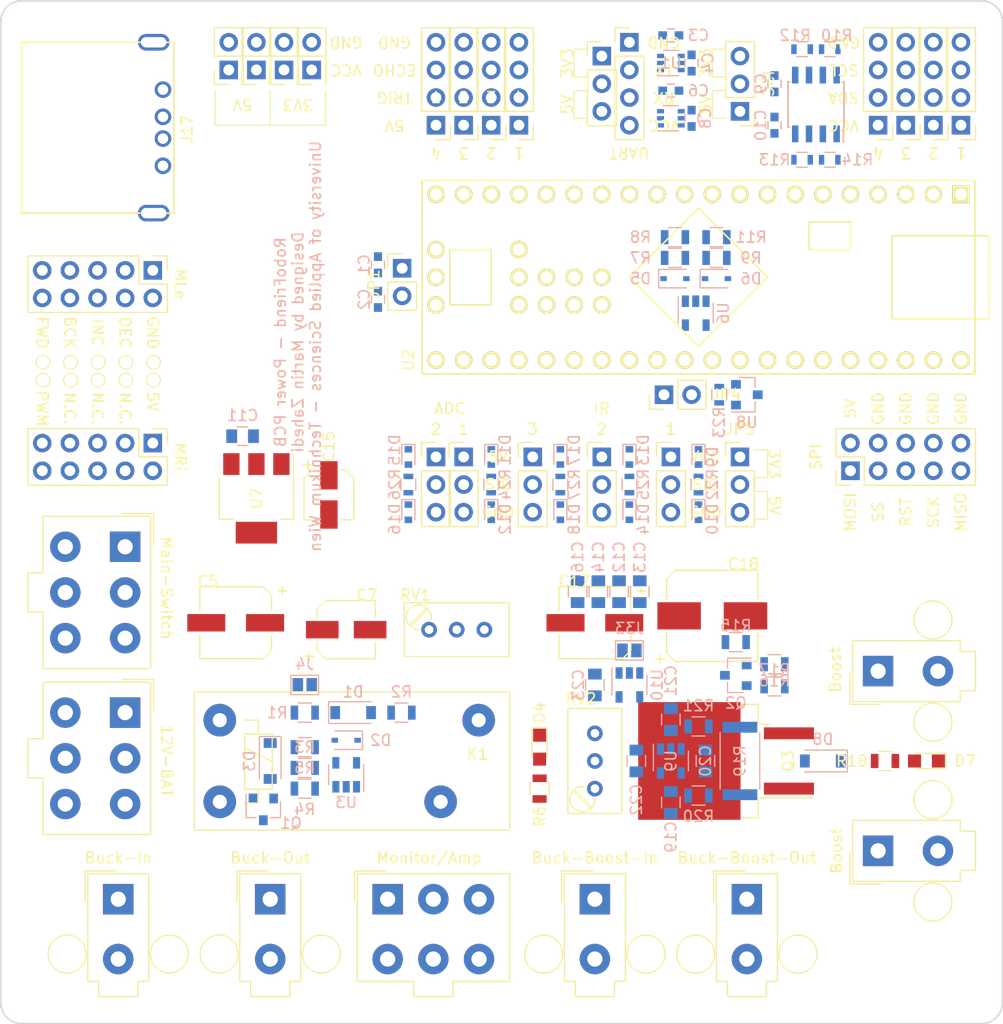
<source format=kicad_pcb>
(kicad_pcb (version 4) (host pcbnew 4.0.7)
  (layers (0 F.Cu signal) (31 B.Cu signal) (34 B.Paste user) (35 F.Paste user) (36 B.SilkS user) (37 F.SilkS user) (38 B.Mask user) (39 F.Mask user) (44 Edge.Cuts user))
  (net 0 "")
  (net 1 GND)
  (net 2 +5V)
  (net 3 +3V3)
  (net 4 "Net-(D2-Pad1)")
  (net 5 "Net-(D1-Pad1)")
  (net 6 "Net-(RV2-Pad2)")
  (net 7 F0)
  (net 8 F1)
  (net 9 F3)
  (net 10 F2)
  (net 11 F4)
  (net 12 D1)
  (net 13 D0)
  (net 14 D2)
  (net 15 D3)
  (net 16 B2)
  (net 17 B0)
  (net 18 B1)
  (net 19 B3)
  (net 20 AREF)
  (net 21 F5)
  (net 22 RST)
  (net 23 D6)
  (net 24 C7)
  (net 25 D5)
  (net 26 D4)
  (net 27 B7)
  (net 28 E7)
  (net 29 +SW)
  (net 30 -SW)
  (net 31 B5)
  (net 32 B4)
  (net 33 C1)
  (net 34 C0)
  (net 35 C4)
  (net 36 C6)
  (net 37 E1)
  (net 38 E0)
  (net 39 D7)
  (net 40 "Net-(J29-Pad2)")
  (net 41 B6)
  (net 42 C3)
  (net 43 C2)
  (net 44 C5)
  (net 45 "Net-(J32-Pad2)")
  (net 46 E6)
  (net 47 +12V)
  (net 48 "Net-(D3-Pad2)")
  (net 49 "Net-(D4-Pad2)")
  (net 50 "Net-(J30-Pad2)")
  (net 51 "Net-(J31-Pad2)")
  (net 52 F6)
  (net 53 "Net-(J33-Pad2)")
  (net 54 "Net-(Q1-Pad2)")
  (net 55 "Net-(R2-Pad1)")
  (net 56 "Net-(RV1-Pad2)")
  (net 57 "Net-(J5-Pad2)")
  (net 58 "Net-(D5-Pad2)")
  (net 59 "Net-(D7-Pad2)")
  (net 60 "Net-(D8-Pad1)")
  (net 61 "Net-(D13-Pad1)")
  (net 62 "Net-(J28-Pad2)")
  (net 63 "Net-(Q2-Pad1)")
  (net 64 "Net-(Q2-Pad2)")
  (net 65 "Net-(Q3-Pad1)")
  (net 66 "Net-(C1-Pad1)")
  (net 67 "Net-(C3-Pad1)")
  (net 68 "Net-(C7-Pad1)")
  (net 69 "Net-(C9-Pad1)")
  (net 70 "Net-(C19-Pad2)")
  (net 71 "Net-(C20-Pad2)")
  (net 72 Rx)
  (net 73 Tx)
  (net 74 "Net-(J4-Pad2)")
  (net 75 "Net-(J5-Pad3)")
  (net 76 "Net-(J18-Pad1)")
  (net 77 "Net-(JP4-Pad2)")
  (module Pin_Headers:Pin_Header_Straight_1x03_Pitch2.54mm (layer F.Cu) (at 148.59 77.47 180)
    (fp_text reference JP3 hide)
    (fp_text value Jumper)
    (pad 1 thru_hole rect (at 0 0 180) (size 1.7 1.7) (drill 1) (layers *.Cu *.Mask) (net 2 +5V))
    (pad 2 thru_hole oval (at 0 2.54 180) (size 1.7 1.7) (drill 1) (layers *.Cu *.Mask) (net 69 "Net-(C9-Pad1)"))
    (pad 3 thru_hole oval (at 0 5.08 180) (size 1.7 1.7) (drill 1) (layers *.Cu *.Mask) (net 3 +3V3))
  )
  (module Pin_Headers:Pin_Header_Straight_1x03_Pitch2.54mm (layer F.Cu) (at 148.59 109.22)
    (fp_text reference JP5 (at 0 -2.54) (layer F.SilkS))
    (fp_text value Jumper)
    (pad 1 thru_hole rect (at 0 0) (size 1.7 1.7) (drill 1) (layers *.Cu *.Mask) (net 2 +5V))
    (pad 2 thru_hole oval (at 0 2.54) (size 1.7 1.7) (drill 1) (layers *.Cu *.Mask) (net 61 "Net-(D13-Pad1)"))
    (pad 3 thru_hole oval (at 0 5.08) (size 1.7 1.7) (drill 1) (layers *.Cu *.Mask) (net 3 +3V3))
  )
  (module Capacitors_SMD:C_0603 (layer B.Cu) (at 115.316 91.567 90)
    (fp_text reference C1 (at 0 -1.27 90) (layer B.SilkS) (effects (justify mirror)))
    (fp_text value 100n)
    (pad 2 smd rect (at 0.75 0 90) (size 0.8 0.75) (layers B.Cu B.Paste B.Mask) (net 1 GND))
    (pad 1 smd rect (at -0.75 0 90) (size 0.8 0.75) (layers B.Cu B.Paste B.Mask) (net 66 "Net-(C1-Pad1)"))
  )
  (module Capacitors_SMD:C_0603 (layer B.Cu) (at 115.316 94.742 90)
    (fp_text reference C2 (at 0 -1.27 90) (layer B.SilkS) (effects (justify mirror)))
    (fp_text value 100n)
    (pad 2 smd rect (at 0.75 0 90) (size 0.8 0.75) (layers B.Cu B.Paste B.Mask) (net 66 "Net-(C1-Pad1)"))
    (pad 1 smd rect (at -0.75 0 90) (size 0.8 0.75) (layers B.Cu B.Paste B.Mask) (net 1 GND))
  )
  (module Pin_Headers:Pin_Header_Straight_1x02_Pitch2.54mm (layer F.Cu) (at 117.5385 91.8845)
    (fp_text reference JP1 (at -2.6035 1.4605 90) (layer F.SilkS))
    (fp_text value JP)
    (pad 1 thru_hole rect (at 0 0) (size 1.7 1.7) (drill 1) (layers *.Cu *.Mask) (net 66 "Net-(C1-Pad1)"))
    (pad 2 thru_hole oval (at 0 2.54) (size 1.7 1.7) (drill 1) (layers *.Cu *.Mask) (net 2 +5V))
  )
  (module Resistors_SMD:R_0603 (layer B.Cu) (at 144.78 111.76 270)
    (fp_text reference R22 (at 0 -1.27 270) (layer B.SilkS) (effects (justify mirror)))
    (fp_text value 100k)
    (pad 1 smd rect (at -0.75 0 270) (size 0.5 0.9) (layers B.Cu B.Paste B.Mask) (net 8 F1))
    (pad 2 smd rect (at 0.75 0 270) (size 0.5 0.9) (layers B.Cu B.Paste B.Mask) (net 62 "Net-(J28-Pad2)"))
  )
  (module Resistors_SMD:R_0603 (layer B.Cu) (at 132.08 111.76 270)
    (fp_text reference R27 (at 0 -1.27 270) (layer B.SilkS) (effects (justify mirror)))
    (fp_text value 100k)
    (pad 1 smd rect (at -0.75 0 270) (size 0.5 0.9) (layers B.Cu B.Paste B.Mask) (net 9 F3))
    (pad 2 smd rect (at 0.75 0 270) (size 0.5 0.9) (layers B.Cu B.Paste B.Mask) (net 45 "Net-(J32-Pad2)"))
  )
  (module Resistors_SMD:R_0603 (layer B.Cu) (at 138.43 111.76 270)
    (fp_text reference R25 (at 0 -1.27 270) (layer B.SilkS) (effects (justify mirror)))
    (fp_text value 100k)
    (pad 1 smd rect (at -0.75 0 270) (size 0.5 0.9) (layers B.Cu B.Paste B.Mask) (net 10 F2))
    (pad 2 smd rect (at 0.75 0 270) (size 0.5 0.9) (layers B.Cu B.Paste B.Mask) (net 50 "Net-(J30-Pad2)"))
  )
  (module Resistors_SMD:R_0603 (layer B.Cu) (at 125.73 111.76 270)
    (fp_text reference R24 (at 0 -1.27 270) (layer B.SilkS) (effects (justify mirror)))
    (fp_text value 100k)
    (pad 1 smd rect (at -0.75 0 270) (size 0.5 0.9) (layers B.Cu B.Paste B.Mask) (net 11 F4))
    (pad 2 smd rect (at 0.75 0 270) (size 0.5 0.9) (layers B.Cu B.Paste B.Mask) (net 40 "Net-(J29-Pad2)"))
  )
  (module Diodes_SMD:D_SOD-523 (layer B.Cu) (at 144.78 109.22 270)
    (fp_text reference D9 (at 0 -1.27 270) (layer B.SilkS) (effects (justify mirror)))
    (fp_text value D)
    (pad 2 smd rect (at 0.7 0 90) (size 0.6 0.7) (layers B.Cu B.Paste B.Mask) (net 8 F1))
    (pad 1 smd rect (at -0.7 0 90) (size 0.6 0.7) (layers B.Cu B.Paste B.Mask) (net 61 "Net-(D13-Pad1)"))
  )
  (module Diodes_SMD:D_SOD-523 (layer B.Cu) (at 144.78 114.3 270)
    (fp_text reference D10 (at 0.635 -1.27 270) (layer B.SilkS) (effects (justify mirror)))
    (fp_text value D)
    (pad 2 smd rect (at 0.7 0 90) (size 0.6 0.7) (layers B.Cu B.Paste B.Mask) (net 1 GND))
    (pad 1 smd rect (at -0.7 0 90) (size 0.6 0.7) (layers B.Cu B.Paste B.Mask) (net 8 F1))
  )
  (module Diodes_SMD:D_SOD-523 (layer B.Cu) (at 132.08 109.22 270)
    (fp_text reference D17 (at -0.635 -1.27 270) (layer B.SilkS) (effects (justify mirror)))
    (fp_text value D)
    (pad 2 smd rect (at 0.7 0 90) (size 0.6 0.7) (layers B.Cu B.Paste B.Mask) (net 9 F3))
    (pad 1 smd rect (at -0.7 0 90) (size 0.6 0.7) (layers B.Cu B.Paste B.Mask) (net 61 "Net-(D13-Pad1)"))
  )
  (module Diodes_SMD:D_SOD-523 (layer B.Cu) (at 138.43 109.22 270)
    (fp_text reference D13 (at -0.635 -1.27 270) (layer B.SilkS) (effects (justify mirror)))
    (fp_text value D)
    (pad 2 smd rect (at 0.7 0 90) (size 0.6 0.7) (layers B.Cu B.Paste B.Mask) (net 10 F2))
    (pad 1 smd rect (at -0.7 0 90) (size 0.6 0.7) (layers B.Cu B.Paste B.Mask) (net 61 "Net-(D13-Pad1)"))
  )
  (module Diodes_SMD:D_SOD-523 (layer B.Cu) (at 138.43 114.3 270)
    (fp_text reference D14 (at 0.635 -1.27 270) (layer B.SilkS) (effects (justify mirror)))
    (fp_text value D)
    (pad 2 smd rect (at 0.7 0 90) (size 0.6 0.7) (layers B.Cu B.Paste B.Mask) (net 1 GND))
    (pad 1 smd rect (at -0.7 0 90) (size 0.6 0.7) (layers B.Cu B.Paste B.Mask) (net 10 F2))
  )
  (module Diodes_SMD:D_SOD-523 (layer B.Cu) (at 125.73 109.22 270)
    (fp_text reference D11 (at -0.635 -1.27 270) (layer B.SilkS) (effects (justify mirror)))
    (fp_text value D)
    (pad 2 smd rect (at 0.7 0 90) (size 0.6 0.7) (layers B.Cu B.Paste B.Mask) (net 11 F4))
    (pad 1 smd rect (at -0.7 0 90) (size 0.6 0.7) (layers B.Cu B.Paste B.Mask) (net 2 +5V))
  )
  (module Diodes_SMD:D_SOD-523 (layer B.Cu) (at 125.73 114.3 270)
    (fp_text reference D12 (at 0.635 -1.27 270) (layer B.SilkS) (effects (justify mirror)))
    (fp_text value D)
    (pad 2 smd rect (at 0.7 0 90) (size 0.6 0.7) (layers B.Cu B.Paste B.Mask) (net 1 GND))
    (pad 1 smd rect (at -0.7 0 90) (size 0.6 0.7) (layers B.Cu B.Paste B.Mask) (net 11 F4))
  )
  (module Diodes_SMD:D_SOD-523 (layer B.Cu) (at 132.08 114.3 270)
    (fp_text reference D18 (at 0.635 -1.27 270) (layer B.SilkS) (effects (justify mirror)))
    (fp_text value D)
    (pad 2 smd rect (at 0.7 0 90) (size 0.6 0.7) (layers B.Cu B.Paste B.Mask) (net 1 GND))
    (pad 1 smd rect (at -0.7 0 90) (size 0.6 0.7) (layers B.Cu B.Paste B.Mask) (net 9 F3))
  )
  (module Connectors_Molex:Molex_MiniFit-JR-5556-02B_2x01x4.20mm_Straight (layer F.Cu) (at 105.41 149.86)
    (fp_text reference J10 hide)
    (fp_text value 12V-Buck)
    (pad 1 thru_hole rect (at 0 0) (size 2.8 2.8) (drill 1.4) (layers *.Cu *.Mask) (net 47 +12V))
    (pad 2 thru_hole circle (at 0 5.5) (size 2.8 2.8) (drill 1.4) (layers *.Cu *.Mask) (net 1 GND))
    (pad "" np_thru_hole circle (at -4.7 5.04) (size 3 3) (drill 3) (layers *.Cu *.Mask))
    (pad "" np_thru_hole circle (at 4.7 5.04) (size 3 3) (drill 3) (layers *.Cu *.Mask))
  )
  (module Connectors_Molex:Molex_MiniFit-JR-5556-02B_2x01x4.20mm_Straight (layer F.Cu) (at 91.44 149.86)
    (fp_text reference J12 hide)
    (fp_text value 5VIN)
    (pad 1 thru_hole rect (at 0 0) (size 2.8 2.8) (drill 1.4) (layers *.Cu *.Mask) (net 2 +5V))
    (pad 2 thru_hole circle (at 0 5.5) (size 2.8 2.8) (drill 1.4) (layers *.Cu *.Mask) (net 1 GND))
    (pad "" np_thru_hole circle (at -4.7 5.04) (size 3 3) (drill 3) (layers *.Cu *.Mask))
    (pad "" np_thru_hole circle (at 4.7 5.04) (size 3 3) (drill 3) (layers *.Cu *.Mask))
  )
  (module Teensy:Teensy2.0++ (layer F.Cu) (at 144.78 92.71 180)
    (fp_text reference U2 (at 26.67 -7.62 270) (layer F.SilkS))
    (fp_text value Teensy++2.0)
    (pad 9 thru_hole circle (at -3.81 7.62 180) (size 1.6 1.6) (drill 1.1) (layers *.Cu *.Mask F.SilkS) (net 23 D6))
    (pad 10 thru_hole circle (at -1.27 7.62 180) (size 1.6 1.6) (drill 1.1) (layers *.Cu *.Mask F.SilkS) (net 39 D7))
    (pad 11 thru_hole circle (at 1.27 7.62 180) (size 1.6 1.6) (drill 1.1) (layers *.Cu *.Mask F.SilkS) (net 38 E0))
    (pad 8 thru_hole circle (at -6.35 7.62 180) (size 1.6 1.6) (drill 1.1) (layers *.Cu *.Mask F.SilkS) (net 25 D5))
    (pad 7 thru_hole circle (at -8.89 7.62 180) (size 1.6 1.6) (drill 1.1) (layers *.Cu *.Mask F.SilkS) (net 26 D4))
    (pad 6 thru_hole circle (at -11.43 7.62 180) (size 1.6 1.6) (drill 1.1) (layers *.Cu *.Mask F.SilkS) (net 15 D3))
    (pad 5 thru_hole circle (at -13.97 7.62 180) (size 1.6 1.6) (drill 1.1) (layers *.Cu *.Mask F.SilkS) (net 14 D2))
    (pad 4 thru_hole circle (at -16.51 7.62 180) (size 1.6 1.6) (drill 1.1) (layers *.Cu *.Mask F.SilkS) (net 12 D1))
    (pad 3 thru_hole circle (at -19.05 7.62 180) (size 1.6 1.6) (drill 1.1) (layers *.Cu *.Mask F.SilkS) (net 13 D0))
    (pad 2 thru_hole circle (at -21.59 7.62 180) (size 1.6 1.6) (drill 1.1) (layers *.Cu *.Mask F.SilkS) (net 27 B7))
    (pad 1 thru_hole rect (at -24.13 7.62 180) (size 1.6 1.6) (drill 1.1) (layers *.Cu *.Mask F.SilkS) (net 1 GND))
    (pad 12 thru_hole circle (at 3.81 7.62 180) (size 1.6 1.6) (drill 1.1) (layers *.Cu *.Mask F.SilkS) (net 37 E1))
    (pad 13 thru_hole circle (at 6.35 7.62 180) (size 1.6 1.6) (drill 1.1) (layers *.Cu *.Mask F.SilkS) (net 34 C0))
    (pad 14 thru_hole circle (at 8.89 7.62 180) (size 1.6 1.6) (drill 1.1) (layers *.Cu *.Mask F.SilkS) (net 33 C1))
    (pad 15 thru_hole circle (at 11.43 7.62 180) (size 1.6 1.6) (drill 1.1) (layers *.Cu *.Mask F.SilkS) (net 43 C2))
    (pad 16 thru_hole circle (at 13.97 7.62 180) (size 1.6 1.6) (drill 1.1) (layers *.Cu *.Mask F.SilkS) (net 42 C3))
    (pad 17 thru_hole circle (at 16.51 7.62 180) (size 1.6 1.6) (drill 1.1) (layers *.Cu *.Mask F.SilkS) (net 35 C4))
    (pad 18 thru_hole circle (at 19.05 7.62 180) (size 1.6 1.6) (drill 1.1) (layers *.Cu *.Mask F.SilkS) (net 44 C5))
    (pad 19 thru_hole circle (at 21.59 7.62 180) (size 1.6 1.6) (drill 1.1) (layers *.Cu *.Mask F.SilkS) (net 36 C6))
    (pad 20 thru_hole circle (at 24.13 7.62 180) (size 1.6 1.6) (drill 1.1) (layers *.Cu *.Mask F.SilkS) (net 24 C7))
    (pad 21 thru_hole circle (at 24.13 2.54 180) (size 1.6 1.6) (drill 1.1) (layers *.Cu *.Mask F.SilkS) (net 66 "Net-(C1-Pad1)"))
    (pad 22 thru_hole circle (at 24.13 0 180) (size 1.6 1.6) (drill 1.1) (layers *.Cu *.Mask F.SilkS) (net 1 GND))
    (pad 23 thru_hole circle (at 24.13 -2.54 180) (size 1.6 1.6) (drill 1.1) (layers *.Cu *.Mask F.SilkS) (net 22 RST))
    (pad 24 thru_hole circle (at 24.13 -7.62 180) (size 1.6 1.6) (drill 1.1) (layers *.Cu *.Mask F.SilkS))
    (pad 25 thru_hole circle (at 21.59 -7.62 180) (size 1.6 1.6) (drill 1.1) (layers *.Cu *.Mask F.SilkS) (net 52 F6))
    (pad 26 thru_hole circle (at 19.05 -7.62 180) (size 1.6 1.6) (drill 1.1) (layers *.Cu *.Mask F.SilkS) (net 21 F5))
    (pad 27 thru_hole circle (at 16.51 -7.62 180) (size 1.6 1.6) (drill 1.1) (layers *.Cu *.Mask F.SilkS) (net 11 F4))
    (pad 28 thru_hole circle (at 13.97 -7.62 180) (size 1.6 1.6) (drill 1.1) (layers *.Cu *.Mask F.SilkS) (net 9 F3))
    (pad 29 thru_hole circle (at 11.43 -7.62 180) (size 1.6 1.6) (drill 1.1) (layers *.Cu *.Mask F.SilkS) (net 10 F2))
    (pad 30 thru_hole circle (at 8.89 -7.62 180) (size 1.6 1.6) (drill 1.1) (layers *.Cu *.Mask F.SilkS) (net 8 F1))
    (pad 31 thru_hole circle (at 6.35 -7.62 180) (size 1.6 1.6) (drill 1.1) (layers *.Cu *.Mask F.SilkS) (net 7 F0))
    (pad 32 thru_hole circle (at 3.81 -7.62 180) (size 1.6 1.6) (drill 1.1) (layers *.Cu *.Mask F.SilkS) (net 20 AREF))
    (pad 33 thru_hole circle (at 1.27 -7.62 180) (size 1.6 1.6) (drill 1.1) (layers *.Cu *.Mask F.SilkS) (net 1 GND))
    (pad 34 thru_hole circle (at -1.27 -7.62 180) (size 1.6 1.6) (drill 1.1) (layers *.Cu *.Mask F.SilkS) (net 46 E6))
    (pad 35 thru_hole circle (at -3.81 -7.62 180) (size 1.6 1.6) (drill 1.1) (layers *.Cu *.Mask F.SilkS) (net 28 E7))
    (pad 36 thru_hole circle (at -6.35 -7.62 180) (size 1.6 1.6) (drill 1.1) (layers *.Cu *.Mask F.SilkS) (net 17 B0))
    (pad 37 thru_hole circle (at -8.89 -7.62 180) (size 1.6 1.6) (drill 1.1) (layers *.Cu *.Mask F.SilkS) (net 18 B1))
    (pad 38 thru_hole circle (at -11.43 -7.62 180) (size 1.6 1.6) (drill 1.1) (layers *.Cu *.Mask F.SilkS) (net 16 B2))
    (pad 39 thru_hole circle (at -13.97 -7.62 180) (size 1.6 1.6) (drill 1.1) (layers *.Cu *.Mask F.SilkS) (net 19 B3))
    (pad 40 thru_hole circle (at -16.51 -7.62 180) (size 1.6 1.6) (drill 1.1) (layers *.Cu *.Mask F.SilkS) (net 32 B4))
    (pad 41 thru_hole circle (at -19.05 -7.62 180) (size 1.6 1.6) (drill 1.1) (layers *.Cu *.Mask F.SilkS) (net 31 B5))
    (pad 42 thru_hole circle (at -21.59 -7.62 180) (size 1.6 1.6) (drill 1.1) (layers *.Cu *.Mask F.SilkS) (net 41 B6))
    (pad 43 thru_hole circle (at -24.13 -7.62 180) (size 1.6 1.6) (drill 1.1) (layers *.Cu *.Mask F.SilkS))
    (pad 44 thru_hole circle (at 8.89 -2.54 180) (size 1.6 1.6) (drill 1.1) (layers *.Cu *.Mask F.SilkS))
    (pad 45 thru_hole circle (at 11.43 -2.54 180) (size 1.6 1.6) (drill 1.1) (layers *.Cu *.Mask F.SilkS))
    (pad 46 thru_hole circle (at 13.97 -2.54 180) (size 1.6 1.6) (drill 1.1) (layers *.Cu *.Mask F.SilkS))
    (pad 47 thru_hole circle (at 16.51 -2.54 180) (size 1.6 1.6) (drill 1.1) (layers *.Cu *.Mask F.SilkS))
    (pad 48 thru_hole circle (at 8.89 0 180) (size 1.6 1.6) (drill 1.1) (layers *.Cu *.Mask F.SilkS))
    (pad 49 thru_hole circle (at 11.43 0 180) (size 1.6 1.6) (drill 1.1) (layers *.Cu *.Mask F.SilkS))
    (pad 50 thru_hole circle (at 13.97 0 180) (size 1.6 1.6) (drill 1.1) (layers *.Cu *.Mask F.SilkS))
    (pad 51 thru_hole circle (at 16.51 0 180) (size 1.6 1.6) (drill 1.1) (layers *.Cu *.Mask F.SilkS))
    (pad 52 thru_hole circle (at 16.51 2.54 180) (size 1.6 1.6) (drill 1.1) (layers *.Cu *.Mask F.SilkS))
  )
  (module Pin_Headers:Pin_Header_Straight_2x05_Pitch2.54mm (layer F.Cu) (at 158.75 110.49 90)
    (fp_text reference J22 hide)
    (fp_text value SPI)
    (pad 1 thru_hole rect (at 0 0 90) (size 1.7 1.7) (drill 1) (layers *.Cu *.Mask) (net 16 B2))
    (pad 2 thru_hole oval (at 2.54 0 90) (size 1.7 1.7) (drill 1) (layers *.Cu *.Mask) (net 2 +5V))
    (pad 3 thru_hole oval (at 0 2.54 90) (size 1.7 1.7) (drill 1) (layers *.Cu *.Mask) (net 17 B0))
    (pad 4 thru_hole oval (at 2.54 2.54 90) (size 1.7 1.7) (drill 1) (layers *.Cu *.Mask) (net 1 GND))
    (pad 5 thru_hole oval (at 0 5.08 90) (size 1.7 1.7) (drill 1) (layers *.Cu *.Mask) (net 22 RST))
    (pad 6 thru_hole oval (at 2.54 5.08 90) (size 1.7 1.7) (drill 1) (layers *.Cu *.Mask) (net 1 GND))
    (pad 7 thru_hole oval (at 0 7.62 90) (size 1.7 1.7) (drill 1) (layers *.Cu *.Mask) (net 18 B1))
    (pad 8 thru_hole oval (at 2.54 7.62 90) (size 1.7 1.7) (drill 1) (layers *.Cu *.Mask) (net 1 GND))
    (pad 9 thru_hole oval (at 0 10.16 90) (size 1.7 1.7) (drill 1) (layers *.Cu *.Mask) (net 19 B3))
    (pad 10 thru_hole oval (at 2.54 10.16 90) (size 1.7 1.7) (drill 1) (layers *.Cu *.Mask) (net 1 GND))
  )
  (module Pin_Headers:Pin_Header_Straight_1x04_Pitch2.54mm (layer F.Cu) (at 168.91 78.74 180)
    (fp_text reference J5 hide)
    (fp_text value I2C)
    (pad 1 thru_hole rect (at 0 0 180) (size 1.7 1.7) (drill 1) (layers *.Cu *.Mask) (net 69 "Net-(C9-Pad1)"))
    (pad 2 thru_hole oval (at 0 2.54 180) (size 1.7 1.7) (drill 1) (layers *.Cu *.Mask) (net 57 "Net-(J5-Pad2)"))
    (pad 3 thru_hole oval (at 0 5.08 180) (size 1.7 1.7) (drill 1) (layers *.Cu *.Mask) (net 75 "Net-(J5-Pad3)"))
    (pad 4 thru_hole oval (at 0 7.62 180) (size 1.7 1.7) (drill 1) (layers *.Cu *.Mask) (net 1 GND))
  )
  (module Pin_Headers:Pin_Header_Straight_1x03_Pitch2.54mm (layer F.Cu) (at 142.24 109.22)
    (fp_text reference J28 hide)
    (fp_text value IR1)
    (pad 1 thru_hole rect (at 0 0) (size 1.7 1.7) (drill 1) (layers *.Cu *.Mask) (net 61 "Net-(D13-Pad1)"))
    (pad 2 thru_hole oval (at 0 2.54) (size 1.7 1.7) (drill 1) (layers *.Cu *.Mask) (net 62 "Net-(J28-Pad2)"))
    (pad 3 thru_hole oval (at 0 5.08) (size 1.7 1.7) (drill 1) (layers *.Cu *.Mask) (net 1 GND))
  )
  (module Pin_Headers:Pin_Header_Straight_1x03_Pitch2.54mm (layer F.Cu) (at 135.89 109.22)
    (fp_text reference J30 hide)
    (fp_text value IR2)
    (pad 1 thru_hole rect (at 0 0) (size 1.7 1.7) (drill 1) (layers *.Cu *.Mask) (net 61 "Net-(D13-Pad1)"))
    (pad 2 thru_hole oval (at 0 2.54) (size 1.7 1.7) (drill 1) (layers *.Cu *.Mask) (net 50 "Net-(J30-Pad2)"))
    (pad 3 thru_hole oval (at 0 5.08) (size 1.7 1.7) (drill 1) (layers *.Cu *.Mask) (net 1 GND))
  )
  (module Pin_Headers:Pin_Header_Straight_1x03_Pitch2.54mm (layer F.Cu) (at 129.54 109.22)
    (fp_text reference J32 hide)
    (fp_text value IR3)
    (pad 1 thru_hole rect (at 0 0) (size 1.7 1.7) (drill 1) (layers *.Cu *.Mask) (net 61 "Net-(D13-Pad1)"))
    (pad 2 thru_hole oval (at 0 2.54) (size 1.7 1.7) (drill 1) (layers *.Cu *.Mask) (net 45 "Net-(J32-Pad2)"))
    (pad 3 thru_hole oval (at 0 5.08) (size 1.7 1.7) (drill 1) (layers *.Cu *.Mask) (net 1 GND))
  )
  (module Pin_Headers:Pin_Header_Straight_1x03_Pitch2.54mm (layer F.Cu) (at 123.19 109.22)
    (fp_text reference J29 hide)
    (fp_text value ADC1)
    (pad 1 thru_hole rect (at 0 0) (size 1.7 1.7) (drill 1) (layers *.Cu *.Mask) (net 2 +5V))
    (pad 2 thru_hole oval (at 0 2.54) (size 1.7 1.7) (drill 1) (layers *.Cu *.Mask) (net 40 "Net-(J29-Pad2)"))
    (pad 3 thru_hole oval (at 0 5.08) (size 1.7 1.7) (drill 1) (layers *.Cu *.Mask) (net 1 GND))
  )
  (module Resistors_SMD:R_0603 (layer B.Cu) (at 156.845 71.755)
    (fp_text reference R10 (at 0.635 -1.27) (layer B.SilkS) (effects (justify mirror)))
    (fp_text value 4.7k)
    (pad 1 smd rect (at -0.75 0) (size 0.5 0.9) (layers B.Cu B.Paste B.Mask) (net 69 "Net-(C9-Pad1)"))
    (pad 2 smd rect (at 0.75 0) (size 0.5 0.9) (layers B.Cu B.Paste B.Mask) (net 57 "Net-(J5-Pad2)"))
  )
  (module Resistors_SMD:R_0603 (layer B.Cu) (at 154.305 71.755 180)
    (fp_text reference R12 (at 0.635 1.27 180) (layer B.SilkS) (effects (justify mirror)))
    (fp_text value 4.7k)
    (pad 1 smd rect (at -0.75 0 180) (size 0.5 0.9) (layers B.Cu B.Paste B.Mask) (net 69 "Net-(C9-Pad1)"))
    (pad 2 smd rect (at 0.75 0 180) (size 0.5 0.9) (layers B.Cu B.Paste B.Mask) (net 75 "Net-(J5-Pad3)"))
  )
  (module Resistors_SMD:R_0603 (layer B.Cu) (at 146.685 103.505 270)
    (fp_text reference R23 (at 2.54 0 270) (layer B.SilkS) (effects (justify mirror)))
    (fp_text value 910)
    (pad 1 smd rect (at -0.75 0 270) (size 0.5 0.9) (layers B.Cu B.Paste B.Mask) (net 2 +5V))
    (pad 2 smd rect (at 0.75 0 270) (size 0.5 0.9) (layers B.Cu B.Paste B.Mask) (net 77 "Net-(JP4-Pad2)"))
  )
  (module TO_SOT_Packages_SMD:SOT-23 (layer B.Cu) (at 149.225 103.505)
    (fp_text reference U8 (at 0 2.54) (layer B.SilkS) (effects (justify mirror)))
    (fp_text value LM4040)
    (pad 1 smd rect (at -1 0.95) (size 0.9 0.8) (layers B.Cu B.Paste B.Mask) (net 77 "Net-(JP4-Pad2)"))
    (pad 2 smd rect (at -1 -0.95) (size 0.9 0.8) (layers B.Cu B.Paste B.Mask) (net 1 GND))
    (pad 3 smd rect (at 1 0) (size 0.9 0.8) (layers B.Cu B.Paste B.Mask))
  )
  (module Connectors_Molex:Molex_MiniFit-JR-5556-06A_2x03x4.20mm_Straight (layer F.Cu) (at 116.205 149.86)
    (fp_text reference J19 hide)
    (fp_text value MON/AMP)
    (pad 1 thru_hole rect (at 0 0) (size 2.8 2.8) (drill 1.4) (layers *.Cu *.Mask) (net 76 "Net-(J18-Pad1)"))
    (pad 2 thru_hole circle (at 4.2 0) (size 2.8 2.8) (drill 1.4) (layers *.Cu *.Mask) (net 76 "Net-(J18-Pad1)"))
    (pad 3 thru_hole circle (at 8.4 0) (size 2.8 2.8) (drill 1.4) (layers *.Cu *.Mask) (net 2 +5V))
    (pad 4 thru_hole circle (at 0 5.5) (size 2.8 2.8) (drill 1.4) (layers *.Cu *.Mask) (net 1 GND))
    (pad 5 thru_hole circle (at 4.2 5.5) (size 2.8 2.8) (drill 1.4) (layers *.Cu *.Mask) (net 1 GND))
    (pad 6 thru_hole circle (at 8.4 5.5) (size 2.8 2.8) (drill 1.4) (layers *.Cu *.Mask) (net 1 GND))
  )
  (module Diodes_SMD:D_SOD-123 (layer B.Cu) (at 113.03 132.715)
    (fp_text reference D1 (at 0 -1.905) (layer B.SilkS) (effects (justify mirror)))
    (fp_text value 6V2)
    (pad 1 smd rect (at -1.65 0) (size 0.9 1.2) (layers B.Cu B.Paste B.Mask) (net 5 "Net-(D1-Pad1)"))
    (pad 2 smd rect (at 1.65 0) (size 0.9 1.2) (layers B.Cu B.Paste B.Mask) (net 1 GND))
  )
  (module Diodes_SMD:D_SOD-123 (layer B.Cu) (at 105.41 137.16 270)
    (fp_text reference D3 (at 0 1.905 450) (layer B.SilkS) (effects (justify mirror)))
    (fp_text value D)
    (pad 1 smd rect (at -1.65 0 270) (size 0.9 1.2) (layers B.Cu B.Paste B.Mask) (net 30 -SW))
    (pad 2 smd rect (at 1.65 0 270) (size 0.9 1.2) (layers B.Cu B.Paste B.Mask) (net 48 "Net-(D3-Pad2)"))
  )
  (module Connectors_Molex:Molex_MiniFit-JR-5556-02B_2x01x4.20mm_Straight (layer F.Cu) (at 161.29 128.905 90)
    (fp_text reference J26 hide)
    (fp_text value M1)
    (pad 1 thru_hole rect (at 0 0 90) (size 2.8 2.8) (drill 1.4) (layers *.Cu *.Mask) (net 60 "Net-(D8-Pad1)"))
    (pad 2 thru_hole circle (at 0 5.5 90) (size 2.8 2.8) (drill 1.4) (layers *.Cu *.Mask) (net 1 GND))
    (pad "" np_thru_hole circle (at -4.7 5.04 90) (size 3 3) (drill 3) (layers *.Cu *.Mask))
    (pad "" np_thru_hole circle (at 4.7 5.04 90) (size 3 3) (drill 3) (layers *.Cu *.Mask))
  )
  (module Connectors_Molex:Molex_MiniFit-JR-5556-02B_2x01x4.20mm_Straight (layer F.Cu) (at 161.29 145.415 90)
    (fp_text reference J27 hide)
    (fp_text value M2)
    (pad 1 thru_hole rect (at 0 0 90) (size 2.8 2.8) (drill 1.4) (layers *.Cu *.Mask) (net 60 "Net-(D8-Pad1)"))
    (pad 2 thru_hole circle (at 0 5.5 90) (size 2.8 2.8) (drill 1.4) (layers *.Cu *.Mask) (net 1 GND))
    (pad "" np_thru_hole circle (at -4.7 5.04 90) (size 3 3) (drill 3) (layers *.Cu *.Mask))
    (pad "" np_thru_hole circle (at 4.7 5.04 90) (size 3 3) (drill 3) (layers *.Cu *.Mask))
  )
  (module Pin_Headers:Pin_Header_Straight_2x01_Pitch2.54mm (layer F.Cu) (at 104.14 73.66 90)
    (fp_text reference J13 hide)
    (fp_text value 5VOUT)
    (pad 1 thru_hole rect (at 0 0 90) (size 1.7 1.7) (drill 1) (layers *.Cu *.Mask) (net 2 +5V))
    (pad 2 thru_hole oval (at 2.54 0 90) (size 1.7 1.7) (drill 1) (layers *.Cu *.Mask) (net 1 GND))
  )
  (module Pin_Headers:Pin_Header_Straight_2x01_Pitch2.54mm (layer F.Cu) (at 101.6 73.66 90)
    (fp_text reference J14 hide)
    (fp_text value 5VOUT)
    (pad 1 thru_hole rect (at 0 0 90) (size 1.7 1.7) (drill 1) (layers *.Cu *.Mask) (net 2 +5V))
    (pad 2 thru_hole oval (at 2.54 0 90) (size 1.7 1.7) (drill 1) (layers *.Cu *.Mask) (net 1 GND))
  )
  (module TO_SOT_Packages_SMD:SOT-23 (layer B.Cu) (at 148.209 129.286 180)
    (fp_text reference Q2 (at 0 -2.54 180) (layer B.SilkS) (effects (justify mirror)))
    (fp_text value NPN)
    (pad 1 smd rect (at -1 0.95 180) (size 0.9 0.8) (layers B.Cu B.Paste B.Mask) (net 63 "Net-(Q2-Pad1)"))
    (pad 2 smd rect (at -1 -0.95 180) (size 0.9 0.8) (layers B.Cu B.Paste B.Mask) (net 64 "Net-(Q2-Pad2)"))
    (pad 3 smd rect (at 1 0 180) (size 0.9 0.8) (layers B.Cu B.Paste B.Mask) (net 1 GND))
  )
  (module Resistors_SMD:R_0805 (layer B.Cu) (at 142.621 89.027 180)
    (fp_text reference R8 (at 3.175 0 180) (layer B.SilkS) (effects (justify mirror)))
    (fp_text value 18k)
    (pad 1 smd rect (at -0.95 0 180) (size 0.7 1.3) (layers B.Cu B.Paste B.Mask) (net 58 "Net-(D5-Pad2)"))
    (pad 2 smd rect (at 0.95 0 180) (size 0.7 1.3) (layers B.Cu B.Paste B.Mask) (net 47 +12V))
  )
  (module Resistors_SMD:R_0805 (layer B.Cu) (at 146.431 90.932)
    (fp_text reference R9 (at 3.175 0) (layer B.SilkS) (effects (justify mirror)))
    (fp_text value 3k)
    (pad 1 smd rect (at -0.95 0) (size 0.7 1.3) (layers B.Cu B.Paste B.Mask) (net 58 "Net-(D5-Pad2)"))
    (pad 2 smd rect (at 0.95 0) (size 0.7 1.3) (layers B.Cu B.Paste B.Mask) (net 1 GND))
  )
  (module Resistors_SMD:R_2512 (layer B.Cu) (at 148.59 137.16 90)
    (fp_text reference R19 (at 0 0 90) (layer B.SilkS) (effects (justify mirror)))
    (fp_text value 0.01)
    (pad 1 smd rect (at -3.1 0 90) (size 1 3.2) (layers B.Cu B.Paste B.Mask) (net 65 "Net-(Q3-Pad1)"))
    (pad 2 smd rect (at 3.1 0 90) (size 1 3.2) (layers B.Cu B.Paste B.Mask) (net 60 "Net-(D8-Pad1)"))
  )
  (module Potentiometers:Potentiometer_Trimmer_Bourns_3296W (layer F.Cu) (at 135.255 139.7 270)
    (fp_text reference RV2 (at -8.255 1.27 360) (layer F.SilkS))
    (fp_text value POT_TRIM)
    (pad 1 thru_hole circle (at 0 0 270) (size 1.44 1.44) (drill 0.8) (layers *.Cu *.Mask) (net 2 +5V))
    (pad 2 thru_hole circle (at -2.54 0 270) (size 1.44 1.44) (drill 0.8) (layers *.Cu *.Mask) (net 6 "Net-(RV2-Pad2)"))
    (pad 3 thru_hole circle (at -5.08 0 270) (size 1.44 1.44) (drill 0.8) (layers *.Cu *.Mask) (net 1 GND))
  )
  (module Capacitors_SMD:C_0805 (layer B.Cu) (at 102.87 107.315)
    (fp_text reference C11 (at 0 -1.905) (layer B.SilkS) (effects (justify mirror)))
    (fp_text value 470n)
    (pad 1 smd rect (at -1 0) (size 1 1.25) (layers B.Cu B.Paste B.Mask) (net 1 GND))
    (pad 2 smd rect (at 1 0) (size 1 1.25) (layers B.Cu B.Paste B.Mask) (net 2 +5V))
  )
  (module Capacitors_SMD:C_0805 (layer B.Cu) (at 137.4775 121.6025 270)
    (fp_text reference C12 (at -3.175 0 270) (layer B.SilkS) (effects (justify mirror)))
    (fp_text value 100n)
    (pad 1 smd rect (at -1 0 270) (size 1 1.25) (layers B.Cu B.Paste B.Mask) (net 1 GND))
    (pad 2 smd rect (at 1 0 270) (size 1 1.25) (layers B.Cu B.Paste B.Mask) (net 47 +12V))
  )
  (module Capacitors_SMD:C_0805 (layer B.Cu) (at 139.3825 121.6025 270)
    (fp_text reference C13 (at -3.175 0 270) (layer B.SilkS) (effects (justify mirror)))
    (fp_text value 100n)
    (pad 1 smd rect (at -1 0 270) (size 1 1.25) (layers B.Cu B.Paste B.Mask) (net 1 GND))
    (pad 2 smd rect (at 1 0 270) (size 1 1.25) (layers B.Cu B.Paste B.Mask) (net 47 +12V))
  )
  (module Capacitors_SMD:C_0805 (layer B.Cu) (at 135.5725 121.6025 270)
    (fp_text reference C14 (at -3.175 0 270) (layer B.SilkS) (effects (justify mirror)))
    (fp_text value 4,7u)
    (pad 1 smd rect (at -1 0 270) (size 1 1.25) (layers B.Cu B.Paste B.Mask) (net 1 GND))
    (pad 2 smd rect (at 1 0 270) (size 1 1.25) (layers B.Cu B.Paste B.Mask) (net 47 +12V))
  )
  (module Capacitors_SMD:C_0805 (layer B.Cu) (at 133.6675 121.6025 270)
    (fp_text reference C16 (at -3.175 0 270) (layer B.SilkS) (effects (justify mirror)))
    (fp_text value 4,7u)
    (pad 1 smd rect (at -1 0 270) (size 1 1.25) (layers B.Cu B.Paste B.Mask) (net 1 GND))
    (pad 2 smd rect (at 1 0 270) (size 1 1.25) (layers B.Cu B.Paste B.Mask) (net 47 +12V))
  )
  (module TO_SOT_Packages_SMD:SOT-223 (layer F.Cu) (at 104.14 113.03 270)
    (fp_text reference U7 (at 0 0 270) (layer F.SilkS))
    (fp_text value LM3940-3.3)
    (pad 4 smd rect (at 3.15 0 270) (size 2 3.8) (layers F.Cu F.Paste F.Mask))
    (pad 2 smd rect (at -3.15 0 270) (size 2 1.5) (layers F.Cu F.Paste F.Mask) (net 2 +5V))
    (pad 3 smd rect (at -3.15 2.3 270) (size 2 1.5) (layers F.Cu F.Paste F.Mask) (net 1 GND))
    (pad 1 smd rect (at -3.15 -2.3 270) (size 2 1.5) (layers F.Cu F.Paste F.Mask) (net 3 +3V3))
  )
  (module LEDs:LED_0805 (layer F.Cu) (at 130.175 135.89 270)
    (fp_text reference D4 (at -3.175 0 270) (layer F.SilkS))
    (fp_text value LED)
    (pad 2 smd rect (at 1.1 0 90) (size 1.2 1.2) (layers F.Cu F.Paste F.Mask) (net 49 "Net-(D4-Pad2)"))
    (pad 1 smd rect (at -1.1 0 90) (size 1.2 1.2) (layers F.Cu F.Paste F.Mask) (net 1 GND))
  )
  (module LEDs:LED_0805 (layer F.Cu) (at 165.735 137.16 180)
    (fp_text reference D7 (at -3.556 0 180) (layer F.SilkS))
    (fp_text value LED)
    (pad 2 smd rect (at 1.1 0) (size 1.2 1.2) (layers F.Cu F.Paste F.Mask) (net 59 "Net-(D7-Pad2)"))
    (pad 1 smd rect (at -1.1 0) (size 1.2 1.2) (layers F.Cu F.Paste F.Mask) (net 1 GND))
  )
  (module Resistors_SMD:R_0805 (layer F.Cu) (at 130.175 139.7 90)
    (fp_text reference R6 (at -2.54 0 90) (layer F.SilkS))
    (fp_text value 1k)
    (pad 1 smd rect (at -0.95 0 90) (size 0.7 1.3) (layers F.Cu F.Paste F.Mask) (net 47 +12V))
    (pad 2 smd rect (at 0.95 0 90) (size 0.7 1.3) (layers F.Cu F.Paste F.Mask) (net 49 "Net-(D4-Pad2)"))
  )
  (module Resistors_SMD:R_0805 (layer B.Cu) (at 151.765 130.302 180)
    (fp_text reference R17 (at 0 1.524 180) (layer B.SilkS) (effects (justify mirror)))
    (fp_text value 1k)
    (pad 1 smd rect (at -0.95 0 180) (size 0.7 1.3) (layers B.Cu B.Paste B.Mask) (net 47 +12V))
    (pad 2 smd rect (at 0.95 0 180) (size 0.7 1.3) (layers B.Cu B.Paste B.Mask) (net 64 "Net-(Q2-Pad2)"))
  )
  (module Resistors_SMD:R_0805 (layer F.Cu) (at 161.925 137.16 180)
    (fp_text reference R18 (at 3.048 0 180) (layer F.SilkS))
    (fp_text value 1k)
    (pad 1 smd rect (at -0.95 0 180) (size 0.7 1.3) (layers F.Cu F.Paste F.Mask) (net 59 "Net-(D7-Pad2)"))
    (pad 2 smd rect (at 0.95 0 180) (size 0.7 1.3) (layers F.Cu F.Paste F.Mask) (net 60 "Net-(D8-Pad1)"))
  )
  (module Resistors_SMD:R_0805 (layer B.Cu) (at 144.78 140.335)
    (fp_text reference R20 (at 0 1.905) (layer B.SilkS) (effects (justify mirror)))
    (fp_text value 100)
    (pad 1 smd rect (at -0.95 0) (size 0.7 1.3) (layers B.Cu B.Paste B.Mask) (net 70 "Net-(C19-Pad2)"))
    (pad 2 smd rect (at 0.95 0) (size 0.7 1.3) (layers B.Cu B.Paste B.Mask) (net 65 "Net-(Q3-Pad1)"))
  )
  (module Resistors_SMD:R_0805 (layer B.Cu) (at 144.78 133.985)
    (fp_text reference R21 (at 0 -1.905) (layer B.SilkS) (effects (justify mirror)))
    (fp_text value 100)
    (pad 1 smd rect (at -0.95 0) (size 0.7 1.3) (layers B.Cu B.Paste B.Mask) (net 71 "Net-(C20-Pad2)"))
    (pad 2 smd rect (at 0.95 0) (size 0.7 1.3) (layers B.Cu B.Paste B.Mask) (net 60 "Net-(D8-Pad1)"))
  )
  (module Diodes_SMD:D_SOD-523 (layer B.Cu) (at 118.11 109.22 270)
    (fp_text reference D15 (at -0.635 1.27 270) (layer B.SilkS) (effects (justify mirror)))
    (fp_text value D)
    (pad 2 smd rect (at 0.7 0 90) (size 0.6 0.7) (layers B.Cu B.Paste B.Mask) (net 21 F5))
    (pad 1 smd rect (at -0.7 0 90) (size 0.6 0.7) (layers B.Cu B.Paste B.Mask) (net 2 +5V))
  )
  (module Diodes_SMD:D_SOD-523 (layer B.Cu) (at 118.11 114.3 270)
    (fp_text reference D16 (at 0.635 1.27 270) (layer B.SilkS) (effects (justify mirror)))
    (fp_text value D)
    (pad 2 smd rect (at 0.7 0 90) (size 0.6 0.7) (layers B.Cu B.Paste B.Mask) (net 1 GND))
    (pad 1 smd rect (at -0.7 0 90) (size 0.6 0.7) (layers B.Cu B.Paste B.Mask) (net 21 F5))
  )
  (module Pin_Headers:Pin_Header_Straight_1x04_Pitch2.54mm (layer F.Cu) (at 120.65 78.74 180)
    (fp_text reference J20 hide)
    (fp_text value US4)
    (pad 1 thru_hole rect (at 0 0 180) (size 1.7 1.7) (drill 1) (layers *.Cu *.Mask) (net 2 +5V))
    (pad 2 thru_hole oval (at 0 2.54 180) (size 1.7 1.7) (drill 1) (layers *.Cu *.Mask) (net 36 C6))
    (pad 3 thru_hole oval (at 0 5.08 180) (size 1.7 1.7) (drill 1) (layers *.Cu *.Mask) (net 24 C7))
    (pad 4 thru_hole oval (at 0 7.62 180) (size 1.7 1.7) (drill 1) (layers *.Cu *.Mask) (net 1 GND))
  )
  (module Pin_Headers:Pin_Header_Straight_1x04_Pitch2.54mm (layer F.Cu) (at 123.19 78.74 180)
    (fp_text reference J16 hide)
    (fp_text value US3)
    (pad 1 thru_hole rect (at 0 0 180) (size 1.7 1.7) (drill 1) (layers *.Cu *.Mask) (net 2 +5V))
    (pad 2 thru_hole oval (at 0 2.54 180) (size 1.7 1.7) (drill 1) (layers *.Cu *.Mask) (net 37 E1))
    (pad 3 thru_hole oval (at 0 5.08 180) (size 1.7 1.7) (drill 1) (layers *.Cu *.Mask) (net 38 E0))
    (pad 4 thru_hole oval (at 0 7.62 180) (size 1.7 1.7) (drill 1) (layers *.Cu *.Mask) (net 1 GND))
  )
  (module Pin_Headers:Pin_Header_Straight_1x04_Pitch2.54mm (layer F.Cu) (at 125.73 78.74 180)
    (fp_text reference J15 hide)
    (fp_text value US2)
    (pad 1 thru_hole rect (at 0 0 180) (size 1.7 1.7) (drill 1) (layers *.Cu *.Mask) (net 2 +5V))
    (pad 2 thru_hole oval (at 0 2.54 180) (size 1.7 1.7) (drill 1) (layers *.Cu *.Mask) (net 39 D7))
    (pad 3 thru_hole oval (at 0 5.08 180) (size 1.7 1.7) (drill 1) (layers *.Cu *.Mask) (net 23 D6))
    (pad 4 thru_hole oval (at 0 7.62 180) (size 1.7 1.7) (drill 1) (layers *.Cu *.Mask) (net 1 GND))
  )
  (module Pin_Headers:Pin_Header_Straight_1x04_Pitch2.54mm (layer F.Cu) (at 128.27 78.74 180)
    (fp_text reference J9 hide)
    (fp_text value US1)
    (pad 1 thru_hole rect (at 0 0 180) (size 1.7 1.7) (drill 1) (layers *.Cu *.Mask) (net 2 +5V))
    (pad 2 thru_hole oval (at 0 2.54 180) (size 1.7 1.7) (drill 1) (layers *.Cu *.Mask) (net 25 D5))
    (pad 3 thru_hole oval (at 0 5.08 180) (size 1.7 1.7) (drill 1) (layers *.Cu *.Mask) (net 26 D4))
    (pad 4 thru_hole oval (at 0 7.62 180) (size 1.7 1.7) (drill 1) (layers *.Cu *.Mask) (net 1 GND))
  )
  (module Pin_Headers:Pin_Header_Straight_1x04_Pitch2.54mm (layer F.Cu) (at 166.37 78.74 180)
    (fp_text reference J6 hide)
    (fp_text value I2C)
    (pad 1 thru_hole rect (at 0 0 180) (size 1.7 1.7) (drill 1) (layers *.Cu *.Mask) (net 69 "Net-(C9-Pad1)"))
    (pad 2 thru_hole oval (at 0 2.54 180) (size 1.7 1.7) (drill 1) (layers *.Cu *.Mask) (net 57 "Net-(J5-Pad2)"))
    (pad 3 thru_hole oval (at 0 5.08 180) (size 1.7 1.7) (drill 1) (layers *.Cu *.Mask) (net 75 "Net-(J5-Pad3)"))
    (pad 4 thru_hole oval (at 0 7.62 180) (size 1.7 1.7) (drill 1) (layers *.Cu *.Mask) (net 1 GND))
  )
  (module Pin_Headers:Pin_Header_Straight_1x04_Pitch2.54mm (layer F.Cu) (at 163.83 78.74 180)
    (fp_text reference J7 hide)
    (fp_text value I2C)
    (pad 1 thru_hole rect (at 0 0 180) (size 1.7 1.7) (drill 1) (layers *.Cu *.Mask) (net 69 "Net-(C9-Pad1)"))
    (pad 2 thru_hole oval (at 0 2.54 180) (size 1.7 1.7) (drill 1) (layers *.Cu *.Mask) (net 57 "Net-(J5-Pad2)"))
    (pad 3 thru_hole oval (at 0 5.08 180) (size 1.7 1.7) (drill 1) (layers *.Cu *.Mask) (net 75 "Net-(J5-Pad3)"))
    (pad 4 thru_hole oval (at 0 7.62 180) (size 1.7 1.7) (drill 1) (layers *.Cu *.Mask) (net 1 GND))
  )
  (module Pin_Headers:Pin_Header_Straight_1x04_Pitch2.54mm (layer F.Cu) (at 161.29 78.74 180)
    (fp_text reference J8 hide)
    (fp_text value I2C)
    (pad 1 thru_hole rect (at 0 0 180) (size 1.7 1.7) (drill 1) (layers *.Cu *.Mask) (net 69 "Net-(C9-Pad1)"))
    (pad 2 thru_hole oval (at 0 2.54 180) (size 1.7 1.7) (drill 1) (layers *.Cu *.Mask) (net 57 "Net-(J5-Pad2)"))
    (pad 3 thru_hole oval (at 0 5.08 180) (size 1.7 1.7) (drill 1) (layers *.Cu *.Mask) (net 75 "Net-(J5-Pad3)"))
    (pad 4 thru_hole oval (at 0 7.62 180) (size 1.7 1.7) (drill 1) (layers *.Cu *.Mask) (net 1 GND))
  )
  (module Pin_Headers:Pin_Header_Straight_1x03_Pitch2.54mm (layer F.Cu) (at 120.65 109.22)
    (fp_text reference J31 hide)
    (fp_text value ADC2)
    (pad 1 thru_hole rect (at 0 0) (size 1.7 1.7) (drill 1) (layers *.Cu *.Mask) (net 2 +5V))
    (pad 2 thru_hole oval (at 0 2.54) (size 1.7 1.7) (drill 1) (layers *.Cu *.Mask) (net 51 "Net-(J31-Pad2)"))
    (pad 3 thru_hole oval (at 0 5.08) (size 1.7 1.7) (drill 1) (layers *.Cu *.Mask) (net 1 GND))
  )
  (module Resistors_SMD:R_0603 (layer B.Cu) (at 118.11 111.76 270)
    (fp_text reference R26 (at 0 1.27 270) (layer B.SilkS) (effects (justify mirror)))
    (fp_text value 100k)
    (pad 1 smd rect (at -0.75 0 270) (size 0.5 0.9) (layers B.Cu B.Paste B.Mask) (net 21 F5))
    (pad 2 smd rect (at 0.75 0 270) (size 0.5 0.9) (layers B.Cu B.Paste B.Mask) (net 51 "Net-(J31-Pad2)"))
  )
  (module Pin_Headers:Pin_Header_Straight_2x05_Pitch2.54mm (layer F.Cu) (at 94.615 107.95 270)
    (fp_text reference J21 hide)
    (fp_text value MRi)
    (pad 1 thru_hole rect (at 0 0 270) (size 1.7 1.7) (drill 1) (layers *.Cu *.Mask) (net 1 GND))
    (pad 2 thru_hole oval (at 2.54 0 270) (size 1.7 1.7) (drill 1) (layers *.Cu *.Mask) (net 31 B5))
    (pad 3 thru_hole oval (at 0 2.54 270) (size 1.7 1.7) (drill 1) (layers *.Cu *.Mask) (net 32 B4))
    (pad 4 thru_hole oval (at 2.54 2.54 270) (size 1.7 1.7) (drill 1) (layers *.Cu *.Mask) (net 33 C1))
    (pad 5 thru_hole oval (at 0 5.08 270) (size 1.7 1.7) (drill 1) (layers *.Cu *.Mask) (net 34 C0))
    (pad 6 thru_hole oval (at 2.54 5.08 270) (size 1.7 1.7) (drill 1) (layers *.Cu *.Mask) (net 2 +5V))
    (pad 7 thru_hole oval (at 0 7.62 270) (size 1.7 1.7) (drill 1) (layers *.Cu *.Mask))
    (pad 8 thru_hole oval (at 2.54 7.62 270) (size 1.7 1.7) (drill 1) (layers *.Cu *.Mask))
    (pad 9 thru_hole oval (at 0 10.16 270) (size 1.7 1.7) (drill 1) (layers *.Cu *.Mask))
    (pad 10 thru_hole oval (at 2.54 10.16 270) (size 1.7 1.7) (drill 1) (layers *.Cu *.Mask) (net 35 C4))
  )
  (module Pin_Headers:Pin_Header_Straight_2x01_Pitch2.54mm (layer F.Cu) (at 109.22 73.66 90)
    (fp_text reference J24 hide)
    (fp_text value 3V3OUT)
    (pad 1 thru_hole rect (at 0 0 90) (size 1.7 1.7) (drill 1) (layers *.Cu *.Mask) (net 3 +3V3))
    (pad 2 thru_hole oval (at 2.54 0 90) (size 1.7 1.7) (drill 1) (layers *.Cu *.Mask) (net 1 GND))
  )
  (module Pin_Headers:Pin_Header_Straight_2x01_Pitch2.54mm (layer F.Cu) (at 106.68 73.66 90)
    (fp_text reference J25 hide)
    (fp_text value 3V3OUT)
    (pad 1 thru_hole rect (at 0 0 90) (size 1.7 1.7) (drill 1) (layers *.Cu *.Mask) (net 3 +3V3))
    (pad 2 thru_hole oval (at 2.54 0 90) (size 1.7 1.7) (drill 1) (layers *.Cu *.Mask) (net 1 GND))
  )
  (module Connectors_Molex:Molex_MiniFit-JR-5556-06A_2x03x4.20mm_Straight (layer F.Cu) (at 92.075 117.475 270)
    (fp_text reference J3 hide)
    (fp_text value PWR)
    (pad 1 thru_hole rect (at 0 0 270) (size 2.8 2.8) (drill 1.4) (layers *.Cu *.Mask) (net 29 +SW))
    (pad 2 thru_hole circle (at 4.2 0 270) (size 2.8 2.8) (drill 1.4) (layers *.Cu *.Mask) (net 29 +SW))
    (pad 3 thru_hole circle (at 8.4 0 270) (size 2.8 2.8) (drill 1.4) (layers *.Cu *.Mask) (net 30 -SW))
    (pad 4 thru_hole circle (at 0 5.5 270) (size 2.8 2.8) (drill 1.4) (layers *.Cu *.Mask) (net 2 +5V))
    (pad 5 thru_hole circle (at 4.2 5.5 270) (size 2.8 2.8) (drill 1.4) (layers *.Cu *.Mask) (net 1 GND))
    (pad 6 thru_hole circle (at 8.4 5.5 270) (size 2.8 2.8) (drill 1.4) (layers *.Cu *.Mask) (net 1 GND))
  )
  (module Pin_Headers:Pin_Header_Straight_2x05_Pitch2.54mm (layer F.Cu) (at 94.615 92.075 270)
    (fp_text reference J23 hide)
    (fp_text value MLe)
    (pad 1 thru_hole rect (at 0 0 270) (size 1.7 1.7) (drill 1) (layers *.Cu *.Mask) (net 1 GND))
    (pad 2 thru_hole oval (at 2.54 0 270) (size 1.7 1.7) (drill 1) (layers *.Cu *.Mask) (net 27 B7))
    (pad 3 thru_hole oval (at 0 2.54 270) (size 1.7 1.7) (drill 1) (layers *.Cu *.Mask) (net 41 B6))
    (pad 4 thru_hole oval (at 2.54 2.54 270) (size 1.7 1.7) (drill 1) (layers *.Cu *.Mask) (net 42 C3))
    (pad 5 thru_hole oval (at 0 5.08 270) (size 1.7 1.7) (drill 1) (layers *.Cu *.Mask) (net 43 C2))
    (pad 6 thru_hole oval (at 2.54 5.08 270) (size 1.7 1.7) (drill 1) (layers *.Cu *.Mask) (net 2 +5V))
    (pad 7 thru_hole oval (at 0 7.62 270) (size 1.7 1.7) (drill 1) (layers *.Cu *.Mask))
    (pad 8 thru_hole oval (at 2.54 7.62 270) (size 1.7 1.7) (drill 1) (layers *.Cu *.Mask))
    (pad 9 thru_hole oval (at 0 10.16 270) (size 1.7 1.7) (drill 1) (layers *.Cu *.Mask))
    (pad 10 thru_hole oval (at 2.54 10.16 270) (size 1.7 1.7) (drill 1) (layers *.Cu *.Mask) (net 44 C5))
  )
  (module Resistors_SMD:R_0805 (layer B.Cu) (at 148.209 126.238 180)
    (fp_text reference R15 (at 0 1.524 180) (layer B.SilkS) (effects (justify mirror)))
    (fp_text value 1k)
    (pad 1 smd rect (at -0.95 0 180) (size 0.7 1.3) (layers B.Cu B.Paste B.Mask) (net 63 "Net-(Q2-Pad1)"))
    (pad 2 smd rect (at 0.95 0 180) (size 0.7 1.3) (layers B.Cu B.Paste B.Mask) (net 28 E7))
  )
  (module Resistors_SMD:R_0805 (layer B.Cu) (at 151.765 128.27)
    (fp_text reference R16 (at 0 1.524) (layer B.SilkS) (effects (justify mirror)))
    (fp_text value 10k)
    (pad 1 smd rect (at -0.95 0) (size 0.7 1.3) (layers B.Cu B.Paste B.Mask) (net 63 "Net-(Q2-Pad1)"))
    (pad 2 smd rect (at 0.95 0) (size 0.7 1.3) (layers B.Cu B.Paste B.Mask) (net 1 GND))
  )
  (module Resistors_SMD:R_0603 (layer B.Cu) (at 154.305 81.915)
    (fp_text reference R13 (at -2.54 0) (layer B.SilkS) (effects (justify mirror)))
    (fp_text value 4.7k)
    (pad 1 smd rect (at -0.75 0) (size 0.5 0.9) (layers B.Cu B.Paste B.Mask) (net 2 +5V))
    (pad 2 smd rect (at 0.75 0) (size 0.5 0.9) (layers B.Cu B.Paste B.Mask) (net 12 D1))
  )
  (module Resistors_SMD:R_0603 (layer B.Cu) (at 156.845 81.915 180)
    (fp_text reference R14 (at -2.54 0 180) (layer B.SilkS) (effects (justify mirror)))
    (fp_text value 4.7k)
    (pad 1 smd rect (at -0.75 0 180) (size 0.5 0.9) (layers B.Cu B.Paste B.Mask) (net 2 +5V))
    (pad 2 smd rect (at 0.75 0 180) (size 0.5 0.9) (layers B.Cu B.Paste B.Mask) (net 13 D0))
  )
  (module USB_A_4_PIN:MOLEX_48258_0001 (layer F.Cu) (at 82.55 71.12 270)
    (fp_text reference J17 (at 8.01 -15.2 270) (layer F.SilkS))
    (fp_text value USB_A_4_PIN)
    (pad "" thru_hole oval (at 15.7 -12.15 270) (size 1.524 2.904) (drill oval 0.95 2.35) (layers *.Cu *.Mask))
    (pad 4 thru_hole circle (at 4.35 -13 270) (size 1.524 1.524) (drill 0.97) (layers *.Cu *.Mask) (net 1 GND))
    (pad 3 thru_hole circle (at 6.85 -13 270) (size 1.524 1.524) (drill 0.97) (layers *.Cu *.Mask))
    (pad 2 thru_hole circle (at 8.85 -13 270) (size 1.524 1.524) (drill 0.97) (layers *.Cu *.Mask))
    (pad 1 thru_hole circle (at 11.35 -13 270) (size 1.524 1.524) (drill 0.97) (layers *.Cu *.Mask) (net 2 +5V))
    (pad "" thru_hole oval (at 0 -12.15 270) (size 1.524 2.904) (drill oval 0.95 2.35) (layers *.Cu *.Mask))
  )
  (module Capacitors_SMD:CP_Elec_4x5.7 (layer F.Cu) (at 110.8075 112.7125 270)
    (fp_text reference C15 (at -4.445 0 270) (layer F.SilkS))
    (fp_text value 33u)
    (fp_text user + (at -2.77 2.01 270) (layer F.SilkS))
    (pad 1 smd rect (at -1.8 0 90) (size 2.6 1.6) (layers F.Cu F.Paste F.Mask) (net 3 +3V3))
    (pad 2 smd rect (at 1.8 0 90) (size 2.6 1.6) (layers F.Cu F.Paste F.Mask) (net 1 GND))
  )
  (module Capacitors_SMD:CP_Elec_6.3x5.7 (layer F.Cu) (at 102.235 124.46 180)
    (fp_text reference C5 (at 2.54 3.81 180) (layer F.SilkS))
    (fp_text value 100u)
    (fp_text user + (at -4.28 3.01 180) (layer F.SilkS))
    (pad 1 smd rect (at -2.7 0) (size 3.5 1.6) (layers F.Cu F.Paste F.Mask) (net 30 -SW))
    (pad 2 smd rect (at 2.7 0) (size 3.5 1.6) (layers F.Cu F.Paste F.Mask) (net 1 GND))
  )
  (module Capacitors_SMD:CP_Elec_5x5.7 (layer F.Cu) (at 112.395 125.095)
    (fp_text reference C7 (at 1.905 -3.175) (layer F.SilkS))
    (fp_text value 33u)
    (fp_text user + (at -3.38 2.36) (layer F.SilkS))
    (pad 1 smd rect (at -2.2 0 180) (size 3 1.6) (layers F.Cu F.Paste F.Mask) (net 68 "Net-(C7-Pad1)"))
    (pad 2 smd rect (at 2.2 0 180) (size 3 1.6) (layers F.Cu F.Paste F.Mask) (net 1 GND))
  )
  (module Capacitors_SMD:CP_Elec_6.3x5.8 (layer F.Cu) (at 135.255 124.46 180)
    (fp_text reference C17 (at 1.905 3.81 180) (layer F.SilkS))
    (fp_text value 47u)
    (fp_text user + (at -4.28 3.01 180) (layer F.SilkS))
    (pad 1 smd rect (at -2.7 0) (size 3.5 1.6) (layers F.Cu F.Paste F.Mask) (net 47 +12V))
    (pad 2 smd rect (at 2.7 0) (size 3.5 1.6) (layers F.Cu F.Paste F.Mask) (net 1 GND))
  )
  (module Capacitors_SMD:CP_Elec_8x10.5 (layer F.Cu) (at 146.05 123.825)
    (fp_text reference C18 (at 2.8575 -4.7625) (layer F.SilkS))
    (fp_text value 470u)
    (fp_text user + (at -4.78 3.91) (layer F.SilkS))
    (pad 1 smd rect (at -3.05 0 180) (size 4 2.5) (layers F.Cu F.Paste F.Mask) (net 47 +12V))
    (pad 2 smd rect (at 3.05 0 180) (size 4 2.5) (layers F.Cu F.Paste F.Mask) (net 1 GND))
  )
  (module Capacitors_SMD:C_0805 (layer B.Cu) (at 142.24 140.97 90)
    (fp_text reference C19 (at -3.175 0 90) (layer B.SilkS) (effects (justify mirror)))
    (fp_text value 1n)
    (pad 1 smd rect (at -1 0 90) (size 1 1.25) (layers B.Cu B.Paste B.Mask) (net 1 GND))
    (pad 2 smd rect (at 1 0 90) (size 1 1.25) (layers B.Cu B.Paste B.Mask) (net 70 "Net-(C19-Pad2)"))
  )
  (module Capacitors_SMD:C_0805 (layer B.Cu) (at 145.415 137.16 270)
    (fp_text reference C20 (at 0 0 270) (layer B.SilkS) (effects (justify mirror)))
    (fp_text value 10n)
    (pad 1 smd rect (at -1 0 270) (size 1 1.25) (layers B.Cu B.Paste B.Mask) (net 70 "Net-(C19-Pad2)"))
    (pad 2 smd rect (at 1 0 270) (size 1 1.25) (layers B.Cu B.Paste B.Mask) (net 71 "Net-(C20-Pad2)"))
  )
  (module Capacitors_SMD:C_0805 (layer B.Cu) (at 142.24 133.35 90)
    (fp_text reference C21 (at 3.556 0 90) (layer B.SilkS) (effects (justify mirror)))
    (fp_text value 1n)
    (pad 1 smd rect (at -1 0 90) (size 1 1.25) (layers B.Cu B.Paste B.Mask) (net 71 "Net-(C20-Pad2)"))
    (pad 2 smd rect (at 1 0 90) (size 1 1.25) (layers B.Cu B.Paste B.Mask) (net 1 GND))
  )
  (module Capacitors_SMD:C_0805 (layer B.Cu) (at 139.065 137.16 270)
    (fp_text reference C22 (at 3.556 0 270) (layer B.SilkS) (effects (justify mirror)))
    (fp_text value 100n)
    (pad 1 smd rect (at -1 0 270) (size 1 1.25) (layers B.Cu B.Paste B.Mask) (net 1 GND))
    (pad 2 smd rect (at 1 0 270) (size 1 1.25) (layers B.Cu B.Paste B.Mask) (net 2 +5V))
  )
  (module Capacitors_SMD:C_0805 (layer B.Cu) (at 135.255 130.175 270)
    (fp_text reference C23 (at 0 1.524 270) (layer B.SilkS) (effects (justify mirror)))
    (fp_text value 100n)
    (pad 1 smd rect (at -1 0 270) (size 1 1.25) (layers B.Cu B.Paste B.Mask) (net 1 GND))
    (pad 2 smd rect (at 1 0 270) (size 1 1.25) (layers B.Cu B.Paste B.Mask) (net 2 +5V))
  )
  (module Diodes_SMD:D_SOD-123 (layer B.Cu) (at 156.21 137.16 180)
    (fp_text reference D8 (at 0 2 180) (layer B.SilkS) (effects (justify mirror)))
    (fp_text value DB2X41500L)
    (pad 1 smd rect (at -1.65 0 180) (size 0.9 1.2) (layers B.Cu B.Paste B.Mask) (net 60 "Net-(D8-Pad1)"))
    (pad 2 smd rect (at 1.65 0 180) (size 0.9 1.2) (layers B.Cu B.Paste B.Mask) (net 1 GND))
  )
  (module Connectors:GS2 (layer B.Cu) (at 108.585 130.175 270)
    (fp_text reference J4 (at -1.905 0 540) (layer B.SilkS) (effects (justify mirror)))
    (fp_text value GS2)
    (pad 1 smd rect (at 0 0.64 270) (size 1.27 0.97) (layers B.Cu B.Paste B.Mask) (net 68 "Net-(C7-Pad1)"))
    (pad 2 smd rect (at 0 -0.64 270) (size 1.27 0.97) (layers B.Cu B.Paste B.Mask) (net 74 "Net-(J4-Pad2)"))
  )
  (module Connectors:GS2 (layer B.Cu) (at 138.43 127 270)
    (fp_text reference J33 (at -2.032 0 540) (layer B.SilkS) (effects (justify mirror)))
    (fp_text value GS2)
    (pad 1 smd rect (at 0 0.64 270) (size 1.27 0.97) (layers B.Cu B.Paste B.Mask) (net 52 F6))
    (pad 2 smd rect (at 0 -0.64 270) (size 1.27 0.97) (layers B.Cu B.Paste B.Mask) (net 53 "Net-(J33-Pad2)"))
  )
  (module Pin_Headers:Pin_Header_Straight_1x02_Pitch2.54mm (layer F.Cu) (at 141.605 103.505 90)
    (fp_text reference JP4 (at 0 5.715 180) (layer F.SilkS))
    (fp_text value JP)
    (pad 1 thru_hole rect (at 0 0 90) (size 1.7 1.7) (drill 1) (layers *.Cu *.Mask) (net 20 AREF))
    (pad 2 thru_hole oval (at 0 2.54 90) (size 1.7 1.7) (drill 1) (layers *.Cu *.Mask) (net 77 "Net-(JP4-Pad2)"))
  )
  (module Relay:SPST_Schrack-RTx3_RM3.5mm (layer F.Cu) (at 98.425 130.81)
    (fp_text reference K1 (at 26.035 5.715) (layer F.SilkS))
    (fp_text value SCHRACK-RTx3)
    (pad A1 thru_hole circle (at 2.35 2.6) (size 3 3) (drill 1.3) (layers *.Cu *.Mask) (net 30 -SW))
    (pad A2 thru_hole circle (at 2.35 10.1) (size 3 3) (drill 1.3) (layers *.Cu *.Mask) (net 48 "Net-(D3-Pad2)"))
    (pad 11 thru_hole circle (at 22.65 10.1) (size 3 3) (drill 1.3) (layers *.Cu *.Mask) (net 47 +12V))
    (pad 14 thru_hole circle (at 26.15 2.6) (size 3 3) (drill 1.3) (layers *.Cu *.Mask) (net 29 +SW))
  )
  (module TO_SOT_Packages_SMD:SOT-23 (layer B.Cu) (at 104.775 141.605 270)
    (fp_text reference Q1 (at 1.27 -2.54 360) (layer B.SilkS) (effects (justify mirror)))
    (fp_text value NMOS)
    (pad 1 smd rect (at -1 0.95 270) (size 0.9 0.8) (layers B.Cu B.Paste B.Mask) (net 48 "Net-(D3-Pad2)"))
    (pad 2 smd rect (at -1 -0.95 270) (size 0.9 0.8) (layers B.Cu B.Paste B.Mask) (net 54 "Net-(Q1-Pad2)"))
    (pad 3 smd rect (at 1 0 270) (size 0.9 0.8) (layers B.Cu B.Paste B.Mask) (net 1 GND))
  )
  (module Resistors_SMD:R_0805 (layer B.Cu) (at 108.585 132.715)
    (fp_text reference R1 (at -2.54 0) (layer B.SilkS) (effects (justify mirror)))
    (fp_text value 4.7k)
    (pad 1 smd rect (at -0.95 0) (size 0.7 1.3) (layers B.Cu B.Paste B.Mask) (net 30 -SW))
    (pad 2 smd rect (at 0.95 0) (size 0.7 1.3) (layers B.Cu B.Paste B.Mask) (net 5 "Net-(D1-Pad1)"))
  )
  (module Resistors_SMD:R_0805 (layer B.Cu) (at 117.475 132.715 180)
    (fp_text reference R2 (at 0 1.905 180) (layer B.SilkS) (effects (justify mirror)))
    (fp_text value 47k)
    (pad 1 smd rect (at -0.95 0 180) (size 0.7 1.3) (layers B.Cu B.Paste B.Mask) (net 55 "Net-(R2-Pad1)"))
    (pad 2 smd rect (at 0.95 0 180) (size 0.7 1.3) (layers B.Cu B.Paste B.Mask) (net 1 GND))
  )
  (module Resistors_SMD:R_0805 (layer B.Cu) (at 108.585 135.89)
    (fp_text reference R3 (at 0 0) (layer B.SilkS) (effects (justify mirror)))
    (fp_text value 20k)
    (pad 1 smd rect (at -0.95 0) (size 0.7 1.3) (layers B.Cu B.Paste B.Mask) (net 30 -SW))
    (pad 2 smd rect (at 0.95 0) (size 0.7 1.3) (layers B.Cu B.Paste B.Mask) (net 74 "Net-(J4-Pad2)"))
  )
  (module Resistors_SMD:R_0805 (layer B.Cu) (at 108.585 139.7 180)
    (fp_text reference R4 (at 0 -1.905 180) (layer B.SilkS) (effects (justify mirror)))
    (fp_text value 10k)
    (pad 1 smd rect (at -0.95 0 180) (size 0.7 1.3) (layers B.Cu B.Paste B.Mask) (net 74 "Net-(J4-Pad2)"))
    (pad 2 smd rect (at 0.95 0 180) (size 0.7 1.3) (layers B.Cu B.Paste B.Mask) (net 1 GND))
  )
  (module Resistors_SMD:R_0805 (layer B.Cu) (at 108.585 137.795)
    (fp_text reference R5 (at 0 0) (layer B.SilkS) (effects (justify mirror)))
    (fp_text value 1M)
    (pad 1 smd rect (at -0.95 0) (size 0.7 1.3) (layers B.Cu B.Paste B.Mask) (net 54 "Net-(Q1-Pad2)"))
    (pad 2 smd rect (at 0.95 0) (size 0.7 1.3) (layers B.Cu B.Paste B.Mask) (net 74 "Net-(J4-Pad2)"))
  )
  (module Resistors_SMD:R_0805 (layer B.Cu) (at 142.621 90.932 180)
    (fp_text reference R7 (at 3.175 0 180) (layer B.SilkS) (effects (justify mirror)))
    (fp_text value 12k)
    (pad 1 smd rect (at -0.95 0 180) (size 0.7 1.3) (layers B.Cu B.Paste B.Mask) (net 58 "Net-(D5-Pad2)"))
    (pad 2 smd rect (at 0.95 0 180) (size 0.7 1.3) (layers B.Cu B.Paste B.Mask) (net 47 +12V))
  )
  (module Resistors_SMD:R_0805 (layer B.Cu) (at 146.431 89.027)
    (fp_text reference R11 (at 3.175 0) (layer B.SilkS) (effects (justify mirror)))
    (fp_text value 39k)
    (pad 1 smd rect (at -0.95 0) (size 0.7 1.3) (layers B.Cu B.Paste B.Mask) (net 58 "Net-(D5-Pad2)"))
    (pad 2 smd rect (at 0.95 0) (size 0.7 1.3) (layers B.Cu B.Paste B.Mask) (net 1 GND))
  )
  (module Potentiometers:Potentiometer_Trimmer_Bourns_3296W (layer F.Cu) (at 120.015 125.095 180)
    (fp_text reference RV1 (at 1.27 3.175 180) (layer F.SilkS))
    (fp_text value POT_TRIM)
    (pad 1 thru_hole circle (at 0 0 180) (size 1.44 1.44) (drill 0.8) (layers *.Cu *.Mask) (net 5 "Net-(D1-Pad1)"))
    (pad 2 thru_hole circle (at -2.54 0 180) (size 1.44 1.44) (drill 0.8) (layers *.Cu *.Mask) (net 56 "Net-(RV1-Pad2)"))
    (pad 3 thru_hole circle (at -5.08 0 180) (size 1.44 1.44) (drill 0.8) (layers *.Cu *.Mask) (net 55 "Net-(R2-Pad1)"))
  )
  (module TO_SOT_Packages_SMD:SOT-23-5 (layer B.Cu) (at 112.395 138.43 90)
    (fp_text reference U3 (at -2.54 0 180) (layer B.SilkS) (effects (justify mirror)))
    (fp_text value TL331)
    (pad 1 smd rect (at -1.1 0.95 90) (size 1.06 0.65) (layers B.Cu B.Paste B.Mask) (net 56 "Net-(RV1-Pad2)"))
    (pad 2 smd rect (at -1.1 0 90) (size 1.06 0.65) (layers B.Cu B.Paste B.Mask) (net 1 GND))
    (pad 3 smd rect (at -1.1 -0.95 90) (size 1.06 0.65) (layers B.Cu B.Paste B.Mask) (net 74 "Net-(J4-Pad2)"))
    (pad 4 smd rect (at 1.1 -0.95 90) (size 1.06 0.65) (layers B.Cu B.Paste B.Mask) (net 54 "Net-(Q1-Pad2)"))
    (pad 5 smd rect (at 1.1 0.95 90) (size 1.06 0.65) (layers B.Cu B.Paste B.Mask) (net 4 "Net-(D2-Pad1)"))
  )
  (module TO_SOT_Packages_SMD:SOT-23-5 (layer B.Cu) (at 144.526 96.012 270)
    (fp_text reference U6 (at 0 -2.54 270) (layer B.SilkS) (effects (justify mirror)))
    (fp_text value MCP6001)
    (pad 1 smd rect (at -1.1 0.95 270) (size 1.06 0.65) (layers B.Cu B.Paste B.Mask) (net 7 F0))
    (pad 2 smd rect (at -1.1 0 270) (size 1.06 0.65) (layers B.Cu B.Paste B.Mask) (net 1 GND))
    (pad 3 smd rect (at -1.1 -0.95 270) (size 1.06 0.65) (layers B.Cu B.Paste B.Mask) (net 58 "Net-(D5-Pad2)"))
    (pad 4 smd rect (at 1.1 -0.95 270) (size 1.06 0.65) (layers B.Cu B.Paste B.Mask) (net 7 F0))
    (pad 5 smd rect (at 1.1 0.95 270) (size 1.06 0.65) (layers B.Cu B.Paste B.Mask) (net 2 +5V))
  )
  (module TO_SOT_Packages_SMD:SOT-23-5 (layer B.Cu) (at 142.24 137.16 270)
    (fp_text reference U9 (at 0 0 270) (layer B.SilkS) (effects (justify mirror)))
    (fp_text value INA193)
    (pad 1 smd rect (at -1.1 0.95 270) (size 1.06 0.65) (layers B.Cu B.Paste B.Mask) (net 53 "Net-(J33-Pad2)"))
    (pad 2 smd rect (at -1.1 0 270) (size 1.06 0.65) (layers B.Cu B.Paste B.Mask) (net 1 GND))
    (pad 3 smd rect (at -1.1 -0.95 270) (size 1.06 0.65) (layers B.Cu B.Paste B.Mask) (net 70 "Net-(C19-Pad2)"))
    (pad 4 smd rect (at 1.1 -0.95 270) (size 1.06 0.65) (layers B.Cu B.Paste B.Mask) (net 71 "Net-(C20-Pad2)"))
    (pad 5 smd rect (at 1.1 0.95 270) (size 1.06 0.65) (layers B.Cu B.Paste B.Mask) (net 2 +5V))
  )
  (module TO_SOT_Packages_SMD:SOT-23-5 (layer B.Cu) (at 138.43 130.175 270)
    (fp_text reference U10 (at 0 -2.54 270) (layer B.SilkS) (effects (justify mirror)))
    (fp_text value TL331)
    (pad 1 smd rect (at -1.1 0.95 270) (size 1.06 0.65) (layers B.Cu B.Paste B.Mask) (net 6 "Net-(RV2-Pad2)"))
    (pad 2 smd rect (at -1.1 0 270) (size 1.06 0.65) (layers B.Cu B.Paste B.Mask) (net 1 GND))
    (pad 3 smd rect (at -1.1 -0.95 270) (size 1.06 0.65) (layers B.Cu B.Paste B.Mask) (net 53 "Net-(J33-Pad2)"))
    (pad 4 smd rect (at 1.1 -0.95 270) (size 1.06 0.65) (layers B.Cu B.Paste B.Mask) (net 46 E6))
    (pad 5 smd rect (at 1.1 0.95 270) (size 1.06 0.65) (layers B.Cu B.Paste B.Mask) (net 2 +5V))
  )
  (module Diodes_SMD:D_SOD-323 (layer B.Cu) (at 142.621 92.837)
    (fp_text reference D5 (at -3.175 0) (layer B.SilkS) (effects (justify mirror)))
    (fp_text value BAT54)
    (pad 1 smd rect (at -1.05 0) (size 0.6 0.45) (layers B.Cu B.Paste B.Mask) (net 2 +5V))
    (pad 2 smd rect (at 1.05 0) (size 0.6 0.45) (layers B.Cu B.Paste B.Mask) (net 58 "Net-(D5-Pad2)"))
  )
  (module Diodes_SMD:D_SOD-323 (layer B.Cu) (at 146.431 92.837)
    (fp_text reference D6 (at 3.175 0) (layer B.SilkS) (effects (justify mirror)))
    (fp_text value BAT54)
    (pad 1 smd rect (at -1.05 0) (size 0.6 0.45) (layers B.Cu B.Paste B.Mask) (net 58 "Net-(D5-Pad2)"))
    (pad 2 smd rect (at 1.05 0) (size 0.6 0.45) (layers B.Cu B.Paste B.Mask) (net 1 GND))
  )
  (module Diodes_SMD:D_SOD-323 (layer B.Cu) (at 112.395 135.255 180)
    (fp_text reference D2 (at -3.175 0 360) (layer B.SilkS) (effects (justify mirror)))
    (fp_text value D)
    (pad 1 smd rect (at -1.05 0 180) (size 0.6 0.45) (layers B.Cu B.Paste B.Mask) (net 4 "Net-(D2-Pad1)"))
    (pad 2 smd rect (at 1.05 0 180) (size 0.6 0.45) (layers B.Cu B.Paste B.Mask) (net 30 -SW))
  )
  (module TO_SOT_Packages_SMD:TO-263-2 (layer F.Cu) (at 147.32 137.16 180)
    (fp_text reference Q3 (at -5.715 0 270) (layer F.SilkS))
    (fp_text value PMOS)
    (pad 1 smd rect (at -5.775 -2.54 180) (size 4.6 1.1) (layers F.Cu F.Paste F.Mask) (net 65 "Net-(Q3-Pad1)"))
    (pad 3 smd rect (at -5.775 2.54 180) (size 4.6 1.1) (layers F.Cu F.Paste F.Mask) (net 47 +12V))
    (pad 2 smd rect (at 3.375 0 180) (size 9.4 10.8) (layers F.Cu F.Mask) (net 64 "Net-(Q2-Pad2)"))
    (pad 2 smd rect (at 5.8 2.775 180) (size 4.55 5.25) (layers F.Cu F.Paste) (net 64 "Net-(Q2-Pad2)"))
    (pad 2 smd rect (at 0.95 -2.775 180) (size 4.55 5.25) (layers F.Cu F.Paste) (net 64 "Net-(Q2-Pad2)"))
    (pad 2 smd rect (at 5.8 -2.775 180) (size 4.55 5.25) (layers F.Cu F.Paste) (net 64 "Net-(Q2-Pad2)"))
    (pad 2 smd rect (at 0.95 2.775 180) (size 4.55 5.25) (layers F.Cu F.Paste) (net 64 "Net-(Q2-Pad2)"))
  )
  (module Connectors_Molex:Molex_MiniFit-JR-5556-06A_2x03x4.20mm_Straight (layer F.Cu) (at 92.075 132.715 270)
    (fp_text reference J2 hide)
    (fp_text value VBAT)
    (pad 1 thru_hole rect (at 0 0 270) (size 2.8 2.8) (drill 1.4) (layers *.Cu *.Mask) (net 29 +SW))
    (pad 2 thru_hole circle (at 4.2 0 270) (size 2.8 2.8) (drill 1.4) (layers *.Cu *.Mask) (net 29 +SW))
    (pad 3 thru_hole circle (at 8.4 0 270) (size 2.8 2.8) (drill 1.4) (layers *.Cu *.Mask) (net 29 +SW))
    (pad 4 thru_hole circle (at 0 5.5 270) (size 2.8 2.8) (drill 1.4) (layers *.Cu *.Mask) (net 1 GND))
    (pad 5 thru_hole circle (at 4.2 5.5 270) (size 2.8 2.8) (drill 1.4) (layers *.Cu *.Mask) (net 1 GND))
    (pad 6 thru_hole circle (at 8.4 5.5 270) (size 2.8 2.8) (drill 1.4) (layers *.Cu *.Mask) (net 1 GND))
  )
  (module Connectors_Molex:Molex_MiniFit-JR-5556-02B_2x01x4.20mm_Straight (layer F.Cu) (at 149.225 149.86)
    (fp_text reference J11 hide)
    (fp_text value 12V-Buck-Boost)
    (pad 1 thru_hole rect (at 0 0) (size 2.8 2.8) (drill 1.4) (layers *.Cu *.Mask) (net 47 +12V))
    (pad 2 thru_hole circle (at 0 5.5) (size 2.8 2.8) (drill 1.4) (layers *.Cu *.Mask) (net 1 GND))
    (pad "" np_thru_hole circle (at -4.7 5.04) (size 3 3) (drill 3) (layers *.Cu *.Mask))
    (pad "" np_thru_hole circle (at 4.7 5.04) (size 3 3) (drill 3) (layers *.Cu *.Mask))
  )
  (module Connectors_Molex:Molex_MiniFit-JR-5556-02B_2x01x4.20mm_Straight (layer F.Cu) (at 135.255 149.86)
    (fp_text reference J18 hide)
    (fp_text value 12V-Reg)
    (pad 1 thru_hole rect (at 0 0) (size 2.8 2.8) (drill 1.4) (layers *.Cu *.Mask) (net 76 "Net-(J18-Pad1)"))
    (pad 2 thru_hole circle (at 0 5.5) (size 2.8 2.8) (drill 1.4) (layers *.Cu *.Mask) (net 1 GND))
    (pad "" np_thru_hole circle (at -4.7 5.04) (size 3 3) (drill 3) (layers *.Cu *.Mask))
    (pad "" np_thru_hole circle (at 4.7 5.04) (size 3 3) (drill 3) (layers *.Cu *.Mask))
  )
  (module Capacitors_SMD:C_0603 (layer B.Cu) (at 151.765 74.93 90)
    (fp_text reference C9 (at 0 -1.27 90) (layer B.SilkS) (effects (justify mirror)))
    (fp_text value 100n)
    (pad 2 smd rect (at 0.75 0 90) (size 0.8 0.75) (layers B.Cu B.Paste B.Mask) (net 1 GND))
    (pad 1 smd rect (at -0.75 0 90) (size 0.8 0.75) (layers B.Cu B.Paste B.Mask) (net 69 "Net-(C9-Pad1)"))
  )
  (module Capacitors_SMD:C_0603 (layer B.Cu) (at 151.765 78.74 90)
    (fp_text reference C10 (at 0 -1.27 90) (layer B.SilkS) (effects (justify mirror)))
    (fp_text value 100n)
    (pad 2 smd rect (at 0.75 0 90) (size 0.8 0.75) (layers B.Cu B.Paste B.Mask) (net 1 GND))
    (pad 1 smd rect (at -0.75 0 90) (size 0.8 0.75) (layers B.Cu B.Paste B.Mask) (net 2 +5V))
  )
  (module Housings_SOIC:SOIC-8_3.9x4.9mm_Pitch1.27mm (layer B.Cu) (at 155.575 76.835 90)
    (fp_text reference U5 hide)
    (fp_text value PCA9517)
    (pad 1 smd rect (at -2.7 1.905 90) (size 1.55 0.6) (layers B.Cu B.Paste B.Mask) (net 69 "Net-(C9-Pad1)"))
    (pad 2 smd rect (at -2.7 0.635 90) (size 1.55 0.6) (layers B.Cu B.Paste B.Mask) (net 57 "Net-(J5-Pad2)"))
    (pad 3 smd rect (at -2.7 -0.635 90) (size 1.55 0.6) (layers B.Cu B.Paste B.Mask) (net 75 "Net-(J5-Pad3)"))
    (pad 4 smd rect (at -2.7 -1.905 90) (size 1.55 0.6) (layers B.Cu B.Paste B.Mask) (net 1 GND))
    (pad 5 smd rect (at 2.7 -1.905 90) (size 1.55 0.6) (layers B.Cu B.Paste B.Mask) (net 2 +5V))
    (pad 6 smd rect (at 2.7 -0.635 90) (size 1.55 0.6) (layers B.Cu B.Paste B.Mask) (net 13 D0))
    (pad 7 smd rect (at 2.7 0.635 90) (size 1.55 0.6) (layers B.Cu B.Paste B.Mask) (net 12 D1))
    (pad 8 smd rect (at 2.7 1.905 90) (size 1.55 0.6) (layers B.Cu B.Paste B.Mask) (net 2 +5V))
  )
  (module Capacitors_SMD:C_0603 (layer B.Cu) (at 142.24 70.485)
    (fp_text reference C3 (at 2.54 0) (layer B.SilkS) (effects (justify mirror)))
    (fp_text value 100n)
    (pad 2 smd rect (at 0.75 0) (size 0.8 0.75) (layers B.Cu B.Paste B.Mask) (net 1 GND))
    (pad 1 smd rect (at -0.75 0) (size 0.8 0.75) (layers B.Cu B.Paste B.Mask) (net 67 "Net-(C3-Pad1)"))
  )
  (module Capacitors_SMD:C_0603 (layer B.Cu) (at 144.145 73.025 90)
    (fp_text reference C4 (at 0 1.5 90) (layer B.SilkS) (effects (justify mirror)))
    (fp_text value 100n)
    (pad 2 smd rect (at 0.75 0 90) (size 0.8 0.75) (layers B.Cu B.Paste B.Mask) (net 1 GND))
    (pad 1 smd rect (at -0.75 0 90) (size 0.8 0.75) (layers B.Cu B.Paste B.Mask) (net 2 +5V))
  )
  (module Capacitors_SMD:C_0603 (layer B.Cu) (at 142.24 75.565)
    (fp_text reference C6 (at 2.54 0) (layer B.SilkS) (effects (justify mirror)))
    (fp_text value 100n)
    (pad 2 smd rect (at 0.75 0) (size 0.8 0.75) (layers B.Cu B.Paste B.Mask) (net 1 GND))
    (pad 1 smd rect (at -0.75 0) (size 0.8 0.75) (layers B.Cu B.Paste B.Mask) (net 67 "Net-(C3-Pad1)"))
  )
  (module Capacitors_SMD:C_0603 (layer B.Cu) (at 144.145 78.105 270)
    (fp_text reference C8 (at 0 -1.27 270) (layer B.SilkS) (effects (justify mirror)))
    (fp_text value 100n)
    (pad 2 smd rect (at 0.75 0 270) (size 0.8 0.75) (layers B.Cu B.Paste B.Mask) (net 1 GND))
    (pad 1 smd rect (at -0.75 0 270) (size 0.8 0.75) (layers B.Cu B.Paste B.Mask) (net 2 +5V))
  )
  (module Pin_Headers:Pin_Header_Straight_1x04_Pitch2.54mm (layer F.Cu) (at 138.43 71.12)
    (fp_text reference J1 hide)
    (fp_text value UART)
    (pad 1 thru_hole rect (at 0 0) (size 1.7 1.7) (drill 1) (layers *.Cu *.Mask) (net 2 +5V))
    (pad 2 thru_hole oval (at 0 2.54) (size 1.7 1.7) (drill 1) (layers *.Cu *.Mask) (net 72 Rx))
    (pad 3 thru_hole oval (at 0 5.08) (size 1.7 1.7) (drill 1) (layers *.Cu *.Mask) (net 73 Tx))
    (pad 4 thru_hole oval (at 0 7.62) (size 1.7 1.7) (drill 1) (layers *.Cu *.Mask) (net 1 GND))
  )
  (module Pin_Headers:Pin_Header_Straight_1x03_Pitch2.54mm (layer F.Cu) (at 135.89 72.39)
    (fp_text reference JP2 hide)
    (fp_text value Jumper)
    (pad 1 thru_hole rect (at 0 0) (size 1.7 1.7) (drill 1) (layers *.Cu *.Mask) (net 3 +3V3))
    (pad 2 thru_hole oval (at 0 2.54) (size 1.7 1.7) (drill 1) (layers *.Cu *.Mask) (net 67 "Net-(C3-Pad1)"))
    (pad 3 thru_hole oval (at 0 5.08) (size 1.7 1.7) (drill 1) (layers *.Cu *.Mask) (net 2 +5V))
  )
  (module TO_SOT_Packages_SMD:SOT-363_SC-70-6 (layer B.Cu) (at 142.24 73.025)
    (fp_text reference U1 (at 0 0 180) (layer B.SilkS) (effects (justify mirror)))
    (fp_text value 74LVC1T45)
    (pad 1 smd rect (at -0.95 0.65) (size 0.65 0.4) (layers B.Cu B.Paste B.Mask) (net 2 +5V))
    (pad 3 smd rect (at -0.95 -0.65) (size 0.65 0.4) (layers B.Cu B.Paste B.Mask) (net 15 D3))
    (pad 5 smd rect (at 0.95 0) (size 0.65 0.4) (layers B.Cu B.Paste B.Mask) (net 2 +5V))
    (pad 2 smd rect (at -0.95 0) (size 0.65 0.4) (layers B.Cu B.Paste B.Mask) (net 1 GND))
    (pad 4 smd rect (at 0.95 -0.65) (size 0.65 0.4) (layers B.Cu B.Paste B.Mask) (net 73 Tx))
    (pad 6 smd rect (at 0.95 0.65) (size 0.65 0.4) (layers B.Cu B.Paste B.Mask) (net 67 "Net-(C3-Pad1)"))
  )
  (module TO_SOT_Packages_SMD:SOT-363_SC-70-6 (layer B.Cu) (at 142.24 78.105)
    (fp_text reference U4 hide)
    (fp_text value 74LVC1T45)
    (pad 1 smd rect (at -0.95 0.65) (size 0.65 0.4) (layers B.Cu B.Paste B.Mask) (net 2 +5V))
    (pad 3 smd rect (at -0.95 -0.65) (size 0.65 0.4) (layers B.Cu B.Paste B.Mask) (net 14 D2))
    (pad 5 smd rect (at 0.95 0) (size 0.65 0.4) (layers B.Cu B.Paste B.Mask) (net 1 GND))
    (pad 2 smd rect (at -0.95 0) (size 0.65 0.4) (layers B.Cu B.Paste B.Mask) (net 1 GND))
    (pad 4 smd rect (at 0.95 -0.65) (size 0.65 0.4) (layers B.Cu B.Paste B.Mask) (net 72 Rx))
    (pad 6 smd rect (at 0.95 0.65) (size 0.65 0.4) (layers B.Cu B.Paste B.Mask) (net 67 "Net-(C3-Pad1)"))
  )
  (gr_arc (start 82.55 159.385) (end 82.55 161.29) (angle 90) (layer Edge.Cuts) (width 0.15))
  (gr_arc (start 170.815 159.385) (end 172.72 159.385) (angle 90) (layer Edge.Cuts) (width 0.15))
  (gr_arc (start 170.815 69.215) (end 170.815 67.31) (angle 90) (layer Edge.Cuts) (width 0.15))
  (gr_arc (start 82.55 69.215) (end 80.645 69.215) (angle 90) (layer Edge.Cuts) (width 0.15))
  (gr_line (start 85.09 67.31) (end 82.55 67.31) (angle 90) (layer Edge.Cuts) (width 0.15))
  (gr_line (start 80.645 70.485) (end 80.645 69.215) (angle 90) (layer Edge.Cuts) (width 0.15))
  (gr_line (start 83.82 161.29) (end 82.55 161.29) (angle 90) (layer Edge.Cuts) (width 0.15))
  (gr_line (start 80.645 158.115) (end 80.645 159.385) (angle 90) (layer Edge.Cuts) (width 0.15))
  (gr_line (start 170.815 161.29) (end 169.545 161.29) (angle 90) (layer Edge.Cuts) (width 0.15))
  (gr_line (start 172.72 159.385) (end 172.72 158.115) (angle 90) (layer Edge.Cuts) (width 0.15))
  (gr_line (start 172.72 70.485) (end 172.72 69.215) (angle 90) (layer Edge.Cuts) (width 0.15))
  (gr_line (start 80.645 158.115) (end 80.645 70.485) (angle 90) (layer Edge.Cuts) (width 0.15))
  (gr_line (start 169.545 161.29) (end 83.82 161.29) (angle 90) (layer Edge.Cuts) (width 0.15))
  (gr_line (start 172.72 70.485) (end 172.72 158.115) (angle 90) (layer Edge.Cuts) (width 0.15))
  (gr_line (start 85.09 67.31) (end 170.815 67.31) (angle 90) (layer Edge.Cuts) (width 0.15))
  (gr_line (start 133.35 71.755) (end 133.35 74.295) (angle 90) (layer F.SilkS) (width 0.1))
  (gr_line (start 134.62 74.295) (end 134.62 75.565) (angle 90) (layer F.SilkS) (width 0.1))
  (gr_line (start 133.35 75.565) (end 133.35 78.105) (angle 90) (layer F.SilkS) (width 0.1))
  (gr_text 5V (at 132.715 76.835 90) (layer F.SilkS) (effects (font (size 1 1))))
  (gr_text 3V3 (at 132.715 73.025 90) (layer F.SilkS) (effects (font (size 1 1))))
  (gr_line (start 133.35 75.565) (end 134.62 75.565) (angle 90) (layer F.SilkS) (width 0.1))
  (gr_line (start 134.62 78.105) (end 133.35 78.105) (angle 90) (layer F.SilkS) (width 0.1))
  (gr_line (start 134.62 74.295) (end 133.35 74.295) (angle 90) (layer F.SilkS) (width 0.1))
  (gr_line (start 133.35 71.755) (end 134.62 71.755) (angle 90) (layer F.SilkS) (width 0.1))
  (gr_text Buck-Boost-In (at 135.255 146.05) (layer F.SilkS) (effects (font (size 1 1))))
  (gr_text Buck-Boost-Out (at 149.225 146.05) (layer F.SilkS) (effects (font (size 1 1))))
  (gr_line (start 105.41 78.74) (end 100.33 78.74) (angle 90) (layer F.SilkS) (width 0.1))
  (gr_line (start 110.49 78.74) (end 105.41 78.74) (angle 90) (layer F.SilkS) (width 0.1))
  (gr_line (start 151.13 111.125) (end 151.13 108.585) (angle 90) (layer F.SilkS) (width 0.1))
  (gr_line (start 149.86 112.395) (end 149.86 111.125) (angle 90) (layer F.SilkS) (width 0.1))
  (gr_line (start 151.13 114.935) (end 151.13 112.395) (angle 90) (layer F.SilkS) (width 0.1))
  (gr_line (start 149.86 111.125) (end 151.13 111.125) (angle 90) (layer F.SilkS) (width 0.1))
  (gr_line (start 151.13 108.585) (end 149.86 108.585) (angle 90) (layer F.SilkS) (width 0.1))
  (gr_line (start 149.86 112.395) (end 151.13 112.395) (angle 90) (layer F.SilkS) (width 0.1))
  (gr_line (start 151.13 114.935) (end 149.86 114.935) (angle 90) (layer F.SilkS) (width 0.1))
  (gr_text IR (at 135.89 104.775) (layer F.SilkS) (effects (font (size 1 1))))
  (gr_text 5V (at 151.765 113.665 270) (layer F.SilkS) (effects (font (size 1 1))))
  (gr_line (start 146.05 71.755) (end 147.32 71.755) (angle 90) (layer F.SilkS) (width 0.1))
  (gr_line (start 147.32 74.295) (end 146.05 74.295) (angle 90) (layer F.SilkS) (width 0.1))
  (gr_line (start 147.32 78.105) (end 146.05 78.105) (angle 90) (layer F.SilkS) (width 0.1))
  (gr_line (start 146.05 75.565) (end 147.32 75.565) (angle 90) (layer F.SilkS) (width 0.1))
  (gr_text 4 (at 120.65 81.28 180) (layer F.SilkS) (effects (font (size 1 1))))
  (gr_text 3 (at 123.19 81.28 180) (layer F.SilkS) (effects (font (size 1 1))))
  (gr_text 2 (at 125.73 81.28 180) (layer F.SilkS) (effects (font (size 1 1))))
  (gr_text 1 (at 128.27 81.28 180) (layer F.SilkS) (effects (font (size 1 1))))
  (gr_text UART (at 138.43 81.28 180) (layer F.SilkS) (effects (font (size 1 1))))
  (gr_text VCC (at 112.395 73.66 180) (layer F.SilkS) (effects (font (size 1 1))))
  (gr_text GND (at 112.395 71.12 180) (layer F.SilkS) (effects (font (size 1 1))))
  (gr_text ADC (at 121.92 104.775) (layer F.SilkS) (effects (font (size 1 1))))
  (gr_circle (center 84.5185 100.5205) (end 84.5185 101.1555) (layer F.SilkS) (width 0.1))
  (gr_circle (center 84.5185 102.1715) (end 84.5185 102.8065) (layer F.SilkS) (width 0.1))
  (gr_circle (center 89.5985 100.5205) (end 89.5985 101.1555) (layer F.SilkS) (width 0.1))
  (gr_circle (center 89.5985 102.1715) (end 89.5985 102.8065) (layer F.SilkS) (width 0.1))
  (gr_circle (center 87.0585 102.1715) (end 87.0585 102.8065) (layer F.SilkS) (width 0.1))
  (gr_circle (center 87.0585 100.5205) (end 87.0585 101.1555) (layer F.SilkS) (width 0.1))
  (gr_circle (center 92.1385 100.5205) (end 92.1385 101.1555) (layer F.SilkS) (width 0.1))
  (gr_circle (center 92.1385 102.1715) (end 92.1385 102.8065) (layer F.SilkS) (width 0.1))
  (gr_circle (center 94.6785 102.1715) (end 94.6785 102.8065) (layer F.SilkS) (width 0.1))
  (gr_circle (center 94.6785 100.5205) (end 94.6785 101.1555) (layer F.SilkS) (width 0.1))
  (gr_text 5V (at 94.615 104.14 270) (layer F.SilkS) (effects (font (size 1 1))))
  (gr_text PWM (at 84.455 104.775 270) (layer F.SilkS) (effects (font (size 1 1))))
  (gr_text MOSI (at 158.75 114.3 90) (layer F.SilkS) (effects (font (size 1 1))))
  (gr_text N.C. (at 92.075 104.775 270) (layer F.SilkS) (effects (font (size 1 1))))
  (gr_text N.C. (at 89.535 104.775 270) (layer F.SilkS) (effects (font (size 1 1))))
  (gr_text N.C. (at 86.995 104.775 270) (layer F.SilkS) (effects (font (size 1 1))))
  (gr_text FWD (at 84.455 97.79 270) (layer F.SilkS) (effects (font (size 1 1))))
  (gr_text BCK (at 86.995 97.79 270) (layer F.SilkS) (effects (font (size 1 1))))
  (gr_text INC (at 89.535 97.79 270) (layer F.SilkS) (effects (font (size 1 1))))
  (gr_text DEC (at 92.075 97.79 270) (layer F.SilkS) (effects (font (size 1 1))))
  (gr_text GND (at 141.605 71.12 180) (layer F.SilkS) (effects (font (size 1 1))))
  (gr_text TX (at 141.605 73.66 180) (layer F.SilkS) (effects (font (size 1 1))))
  (gr_text RX (at 141.605 76.2 180) (layer F.SilkS) (effects (font (size 1 1))))
  (gr_text VCC (at 141.605 78.74 180) (layer F.SilkS) (effects (font (size 1 1))))
  (gr_text 3V3 (at 145.415 73.025 90) (layer F.SilkS) (effects (font (size 1 1))))
  (gr_text 5V (at 145.415 76.835 90) (layer F.SilkS) (effects (font (size 1 1))))
  (gr_line (start 146.05 75.565) (end 146.05 78.105) (angle 90) (layer F.SilkS) (width 0.1))
  (gr_line (start 147.32 74.295) (end 147.32 75.565) (angle 90) (layer F.SilkS) (width 0.1))
  (gr_line (start 146.05 71.755) (end 146.05 74.295) (angle 90) (layer F.SilkS) (width 0.1))
  (gr_text GND (at 158.115 71.12 180) (layer F.SilkS) (effects (font (size 1 1))))
  (gr_text SCL (at 158.115 73.66 180) (layer F.SilkS) (effects (font (size 1 1))))
  (gr_text SDA (at 158.115 76.2 180) (layer F.SilkS) (effects (font (size 1 1))))
  (gr_text VCC (at 158.115 78.74 180) (layer F.SilkS) (effects (font (size 1 1))))
  (gr_text 4 (at 161.29 81.28 180) (layer F.SilkS) (effects (font (size 1 1))))
  (gr_text 3 (at 163.83 81.28 180) (layer F.SilkS) (effects (font (size 1 1))))
  (gr_text 2 (at 166.37 81.28 180) (layer F.SilkS) (effects (font (size 1 1))))
  (gr_text 1 (at 168.91 81.28 180) (layer F.SilkS) (effects (font (size 1 1))))
  (gr_text I2C (at 151.13 74.93 270) (layer F.SilkS) (effects (font (size 1 1))))
  (gr_text GND (at 116.84 71.12 180) (layer F.SilkS) (effects (font (size 1 1))))
  (gr_text ECHO (at 116.84 73.66 180) (layer F.SilkS) (effects (font (size 1 1))))
  (gr_text TRIG (at 116.84 76.2 180) (layer F.SilkS) (effects (font (size 1 1))))
  (gr_text 5V (at 116.84 78.74 180) (layer F.SilkS) (effects (font (size 1 1))))
  (gr_text 1 (at 120.65 76.2) (layer F.SilkS) (effects (font (size 1 1))))
  (gr_text 2 (at 123.19 76.2) (layer F.SilkS) (effects (font (size 1 1))))
  (gr_text 3 (at 125.73 76.2) (layer F.SilkS) (effects (font (size 1 1))))
  (gr_text 4 (at 128.27 76.2) (layer F.SilkS) (effects (font (size 1 1))))
  (gr_text MISO (at 168.91 114.3 90) (layer F.SilkS) (effects (font (size 1 1))))
  (gr_text SCK (at 166.37 114.3 90) (layer F.SilkS) (effects (font (size 1 1))))
  (gr_text RST (at 163.83 114.3 90) (layer F.SilkS) (effects (font (size 1 1))))
  (gr_text SS (at 161.29 114.3 90) (layer F.SilkS) (effects (font (size 1 1))))
  (gr_text GND (at 94.615 97.79 270) (layer F.SilkS) (effects (font (size 1 1))))
  (gr_text 5V (at 158.75 104.775 90) (layer F.SilkS) (effects (font (size 1 1))))
  (gr_text GND (at 161.29 104.775 90) (layer F.SilkS) (effects (font (size 1 1))))
  (gr_text GND (at 163.83 104.775 90) (layer F.SilkS) (effects (font (size 1 1))))
  (gr_text GND (at 168.91 104.775 90) (layer F.SilkS) (effects (font (size 1 1))))
  (gr_text GND (at 166.37 104.775 90) (layer F.SilkS) (effects (font (size 1 1))))
  (gr_text 5V (at 126.365 109.22) (layer F.SilkS) (effects (font (size 1 1))))
  (gr_text SIG (at 126.365 111.76) (layer F.SilkS) (effects (font (size 1 1))))
  (gr_text GND (at 126.365 114.3) (layer F.SilkS) (effects (font (size 1 1))))
  (gr_text VCC (at 145.415 109.22) (layer F.SilkS) (effects (font (size 1 1))))
  (gr_text SIG (at 145.415 111.76) (layer F.SilkS) (effects (font (size 1 1))))
  (gr_text GND (at 145.415 114.3) (layer F.SilkS) (effects (font (size 1 1))))
  (gr_text 3V3 (at 151.765 109.855 270) (layer F.SilkS) (effects (font (size 1 1))))
  (gr_text 3 (at 129.54 106.68) (layer F.SilkS) (effects (font (size 1 1))))
  (gr_text 2 (at 135.89 106.68) (layer F.SilkS) (effects (font (size 1 1))))
  (gr_text "RoboFriend - Power PCB \nDesigned by Martin Zahedi \nUniversity of Applied Sciences - Technikum Wien" (at 107.95 99.06 90) (layer B.SilkS) (effects (font (size 1 1)) (justify mirror)))
  (gr_text 1 (at 142.24 106.68) (layer F.SilkS) (effects (font (size 1 1))))
  (gr_text SPI (at 155.575 109.22 90) (layer F.SilkS) (effects (font (size 1 1))))
  (gr_text MLe (at 97.155 93.345 270) (layer F.SilkS) (effects (font (size 1 1))))
  (gr_text MRi (at 97.155 109.22 270) (layer F.SilkS) (effects (font (size 1 1))))
  (gr_text 2 (at 120.65 106.68) (layer F.SilkS) (effects (font (size 1 1))))
  (gr_text 1 (at 123.19 106.68) (layer F.SilkS) (effects (font (size 1 1))))
  (gr_text Boost (at 157.48 145.415 90) (layer F.SilkS) (effects (font (size 1 1))))
  (gr_text Boost (at 157.353 128.778 90) (layer F.SilkS) (effects (font (size 1 1))))
  (gr_text Buck-In (at 91.44 146.05) (layer F.SilkS) (effects (font (size 1 1))))
  (gr_text Buck-Out (at 105.41 146.05) (layer F.SilkS) (effects (font (size 1 1))))
  (gr_text Monitor/Amp (at 120.015 146.05) (layer F.SilkS) (effects (font (size 1 1))))
  (gr_text Main-Switch (at 95.885 121.285 270) (layer F.SilkS) (effects (font (size 1 1))))
  (gr_text 12V-BAT (at 95.885 137.16 270) (layer F.SilkS) (effects (font (size 1 1))))
  (gr_line (start 110.49 75.565) (end 110.49 78.74) (angle 90) (layer F.SilkS) (width 0.1))
  (gr_line (start 105.41 78.74) (end 105.41 75.565) (angle 90) (layer F.SilkS) (width 0.1))
  (gr_text 3V3 (at 107.95 76.835 180) (layer F.SilkS) (effects (font (size 1 1))))
  (gr_line (start 100.33 78.74) (end 100.33 75.565) (angle 90) (layer F.SilkS) (width 0.1))
  (gr_text 5V (at 102.87 76.835 180) (layer F.SilkS) (effects (font (size 1 1))))
)
</source>
